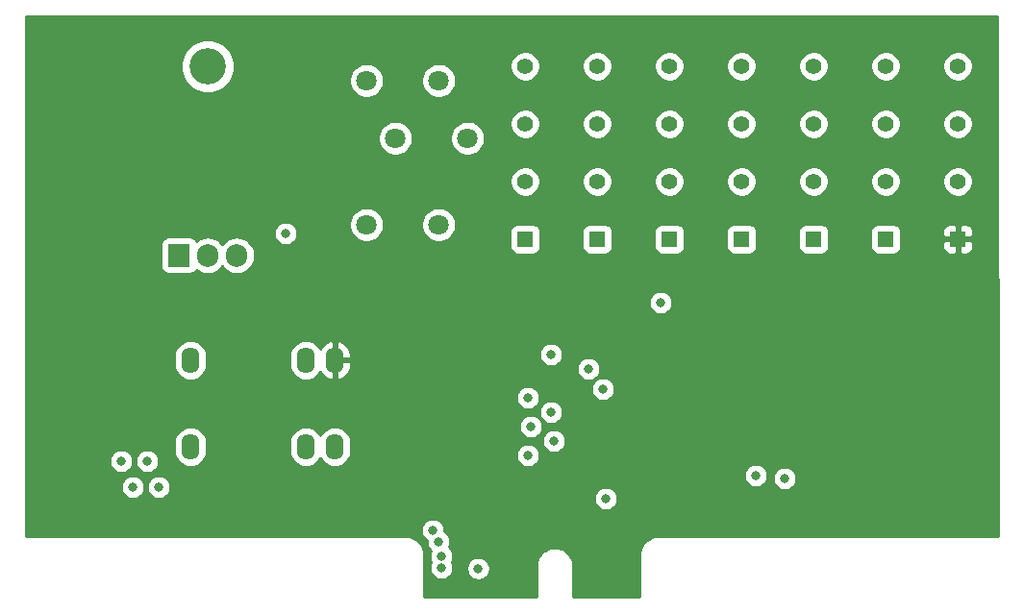
<source format=gbr>
G04 #@! TF.GenerationSoftware,KiCad,Pcbnew,(5.1.5)-3*
G04 #@! TF.CreationDate,2020-02-22T15:11:54-08:00*
G04 #@! TF.ProjectId,voltages,766f6c74-6167-4657-932e-6b696361645f,rev?*
G04 #@! TF.SameCoordinates,Original*
G04 #@! TF.FileFunction,Copper,L2,Inr*
G04 #@! TF.FilePolarity,Positive*
%FSLAX46Y46*%
G04 Gerber Fmt 4.6, Leading zero omitted, Abs format (unit mm)*
G04 Created by KiCad (PCBNEW (5.1.5)-3) date 2020-02-22 15:11:54*
%MOMM*%
%LPD*%
G04 APERTURE LIST*
%ADD10O,1.600000X2.300000*%
%ADD11O,1.905000X2.000000*%
%ADD12R,1.905000X2.000000*%
%ADD13C,3.200000*%
%ADD14C,1.800000*%
%ADD15R,1.400000X1.400000*%
%ADD16C,1.400000*%
%ADD17C,0.800000*%
%ADD18C,0.254000*%
G04 APERTURE END LIST*
D10*
X91186000Y-75438000D03*
X91186000Y-67818000D03*
X88646000Y-75438000D03*
X78486000Y-75438000D03*
X88646000Y-67818000D03*
X78486000Y-67818000D03*
D11*
X82550000Y-58570000D03*
X80010000Y-58570000D03*
D12*
X77470000Y-58570000D03*
D13*
X80010000Y-41910000D03*
D14*
X100330000Y-43180000D03*
X102870000Y-48260000D03*
X100330000Y-55880000D03*
X93980000Y-43180000D03*
X96520000Y-48260000D03*
X93980000Y-55880000D03*
D15*
X146050000Y-57150000D03*
D16*
X146050000Y-52070000D03*
X146050000Y-46990000D03*
X146050000Y-41910000D03*
D15*
X139700000Y-57150000D03*
D16*
X139700000Y-52070000D03*
X139700000Y-46990000D03*
X139700000Y-41910000D03*
D15*
X133350000Y-57150000D03*
D16*
X133350000Y-52070000D03*
X133350000Y-46990000D03*
X133350000Y-41910000D03*
D15*
X127000000Y-57150000D03*
D16*
X127000000Y-52070000D03*
X127000000Y-46990000D03*
X127000000Y-41910000D03*
D15*
X120650000Y-57150000D03*
D16*
X120650000Y-52070000D03*
X120650000Y-46990000D03*
X120650000Y-41910000D03*
D15*
X114300000Y-57150000D03*
D16*
X114300000Y-52070000D03*
X114300000Y-46990000D03*
X114300000Y-41910000D03*
D15*
X107950000Y-57150000D03*
D16*
X107950000Y-52070000D03*
X107950000Y-46990000D03*
X107950000Y-41910000D03*
D17*
X65786000Y-68580000D03*
X87122000Y-64008000D03*
X70866000Y-74676000D03*
X97536000Y-70866000D03*
X95758000Y-69342000D03*
X98552000Y-78740000D03*
X133350000Y-78232000D03*
X126238000Y-63754000D03*
X116124579Y-86360000D03*
X114543567Y-86550944D03*
X113030000Y-85852000D03*
X106426000Y-85090000D03*
X105410000Y-85598000D03*
X91948000Y-58674000D03*
X72390000Y-76708000D03*
X73406000Y-78994000D03*
X74676000Y-76708000D03*
X75692000Y-78994000D03*
X115062000Y-80010000D03*
X119888000Y-62738000D03*
X128270000Y-77978000D03*
X130810000Y-78232000D03*
X103813180Y-86178820D03*
X110236000Y-67310000D03*
X100330000Y-83820000D03*
X100584000Y-85090000D03*
X99822000Y-82804000D03*
X100584000Y-86106000D03*
X108204000Y-76200000D03*
X110490000Y-74930000D03*
X108458000Y-73660000D03*
X110236000Y-72390000D03*
X108204000Y-71120000D03*
X114808000Y-70358000D03*
X113538000Y-68580000D03*
X86868000Y-56642000D03*
D18*
G36*
X149613547Y-83315000D02*
G01*
X119666353Y-83315000D01*
X119639533Y-83317642D01*
X119636807Y-83317613D01*
X119627285Y-83318513D01*
X119433119Y-83338236D01*
X119372260Y-83350507D01*
X119311234Y-83361928D01*
X119302068Y-83364660D01*
X119115430Y-83421721D01*
X119058108Y-83445582D01*
X119000470Y-83468636D01*
X118992009Y-83473096D01*
X118820009Y-83565321D01*
X118768388Y-83599879D01*
X118716349Y-83633673D01*
X118708916Y-83639692D01*
X118558103Y-83763570D01*
X118514181Y-83807492D01*
X118469692Y-83850756D01*
X118463569Y-83858104D01*
X118339693Y-84008915D01*
X118305174Y-84060478D01*
X118269902Y-84111608D01*
X118265324Y-84120005D01*
X118173098Y-84292006D01*
X118149239Y-84349323D01*
X118124582Y-84406303D01*
X118121721Y-84415429D01*
X118064660Y-84602067D01*
X118052385Y-84662946D01*
X118039269Y-84723609D01*
X118038236Y-84733118D01*
X118025312Y-84860352D01*
X118024752Y-84862198D01*
X118014840Y-84962834D01*
X118014840Y-88682767D01*
X112184840Y-88666881D01*
X112184840Y-85912833D01*
X112181478Y-85878699D01*
X112181478Y-85866372D01*
X112180478Y-85856860D01*
X112159811Y-85672608D01*
X112146902Y-85611876D01*
X112134844Y-85550980D01*
X112132017Y-85541844D01*
X112075955Y-85365114D01*
X112051507Y-85308072D01*
X112027838Y-85250647D01*
X112023289Y-85242233D01*
X111933968Y-85079759D01*
X111898877Y-85028511D01*
X111864533Y-84976819D01*
X111858437Y-84969450D01*
X111739259Y-84827420D01*
X111694902Y-84783982D01*
X111651155Y-84739929D01*
X111643743Y-84733884D01*
X111499249Y-84617708D01*
X111447339Y-84583739D01*
X111395828Y-84548995D01*
X111387384Y-84544505D01*
X111223075Y-84458606D01*
X111165520Y-84435352D01*
X111108275Y-84411289D01*
X111099123Y-84408526D01*
X111099117Y-84408524D01*
X110921255Y-84356177D01*
X110860248Y-84344539D01*
X110799454Y-84332060D01*
X110789936Y-84331126D01*
X110605292Y-84314322D01*
X110543202Y-84314756D01*
X110481123Y-84314323D01*
X110471604Y-84315256D01*
X110287212Y-84334637D01*
X110226409Y-84347118D01*
X110165414Y-84358753D01*
X110156258Y-84361518D01*
X110156253Y-84361519D01*
X110156248Y-84361521D01*
X109979142Y-84416344D01*
X109921897Y-84440407D01*
X109864342Y-84463661D01*
X109855903Y-84468148D01*
X109855899Y-84468150D01*
X109855898Y-84468151D01*
X109692805Y-84556335D01*
X109641348Y-84591043D01*
X109589382Y-84625049D01*
X109581970Y-84631094D01*
X109439111Y-84749278D01*
X109395366Y-84793330D01*
X109351008Y-84836768D01*
X109344912Y-84844137D01*
X109344909Y-84844140D01*
X109344907Y-84844144D01*
X109227729Y-84987817D01*
X109193375Y-85039524D01*
X109158296Y-85090755D01*
X109153747Y-85099168D01*
X109066703Y-85262874D01*
X109043053Y-85320252D01*
X109018585Y-85377342D01*
X109015757Y-85386478D01*
X108962169Y-85563972D01*
X108950114Y-85624853D01*
X108937202Y-85685599D01*
X108936202Y-85695111D01*
X108918109Y-85879634D01*
X108918109Y-85879639D01*
X108914840Y-85912834D01*
X108914840Y-88657971D01*
X99084840Y-88631187D01*
X99084840Y-85009364D01*
X99084948Y-85008386D01*
X99084999Y-84998822D01*
X99084993Y-84995332D01*
X99084840Y-84993799D01*
X99084840Y-84962833D01*
X99082376Y-84937820D01*
X99082387Y-84936807D01*
X99081487Y-84927285D01*
X99076605Y-84879221D01*
X99074928Y-84862197D01*
X99074849Y-84861937D01*
X99061764Y-84733119D01*
X99049493Y-84672260D01*
X99038072Y-84611234D01*
X99035340Y-84602068D01*
X98978279Y-84415430D01*
X98954418Y-84358108D01*
X98931364Y-84300470D01*
X98926904Y-84292009D01*
X98834679Y-84120009D01*
X98800121Y-84068388D01*
X98766327Y-84016349D01*
X98760308Y-84008916D01*
X98636430Y-83858103D01*
X98592508Y-83814181D01*
X98549244Y-83769692D01*
X98541896Y-83763569D01*
X98391085Y-83639693D01*
X98339522Y-83605174D01*
X98288392Y-83569902D01*
X98279995Y-83565324D01*
X98107994Y-83473098D01*
X98050677Y-83449239D01*
X97993697Y-83424582D01*
X97984571Y-83421721D01*
X97797933Y-83364660D01*
X97737054Y-83352385D01*
X97676391Y-83339269D01*
X97666882Y-83338236D01*
X97538783Y-83325224D01*
X97537774Y-83324918D01*
X97437138Y-83315006D01*
X63985000Y-83315006D01*
X63985000Y-82702061D01*
X98787000Y-82702061D01*
X98787000Y-82905939D01*
X98826774Y-83105898D01*
X98904795Y-83294256D01*
X99018063Y-83463774D01*
X99162226Y-83607937D01*
X99298759Y-83699165D01*
X99295000Y-83718061D01*
X99295000Y-83921939D01*
X99334774Y-84121898D01*
X99412795Y-84310256D01*
X99526063Y-84479774D01*
X99660714Y-84614425D01*
X99588774Y-84788102D01*
X99549000Y-84988061D01*
X99549000Y-85191939D01*
X99588774Y-85391898D01*
X99666795Y-85580256D01*
X99678651Y-85598000D01*
X99666795Y-85615744D01*
X99588774Y-85804102D01*
X99549000Y-86004061D01*
X99549000Y-86207939D01*
X99588774Y-86407898D01*
X99666795Y-86596256D01*
X99780063Y-86765774D01*
X99924226Y-86909937D01*
X100093744Y-87023205D01*
X100282102Y-87101226D01*
X100482061Y-87141000D01*
X100685939Y-87141000D01*
X100885898Y-87101226D01*
X101074256Y-87023205D01*
X101243774Y-86909937D01*
X101387937Y-86765774D01*
X101501205Y-86596256D01*
X101579226Y-86407898D01*
X101619000Y-86207939D01*
X101619000Y-86076881D01*
X102778180Y-86076881D01*
X102778180Y-86280759D01*
X102817954Y-86480718D01*
X102895975Y-86669076D01*
X103009243Y-86838594D01*
X103153406Y-86982757D01*
X103322924Y-87096025D01*
X103511282Y-87174046D01*
X103711241Y-87213820D01*
X103915119Y-87213820D01*
X104115078Y-87174046D01*
X104303436Y-87096025D01*
X104472954Y-86982757D01*
X104617117Y-86838594D01*
X104730385Y-86669076D01*
X104808406Y-86480718D01*
X104848180Y-86280759D01*
X104848180Y-86076881D01*
X104808406Y-85876922D01*
X104730385Y-85688564D01*
X104617117Y-85519046D01*
X104472954Y-85374883D01*
X104303436Y-85261615D01*
X104115078Y-85183594D01*
X103915119Y-85143820D01*
X103711241Y-85143820D01*
X103511282Y-85183594D01*
X103322924Y-85261615D01*
X103153406Y-85374883D01*
X103009243Y-85519046D01*
X102895975Y-85688564D01*
X102817954Y-85876922D01*
X102778180Y-86076881D01*
X101619000Y-86076881D01*
X101619000Y-86004061D01*
X101579226Y-85804102D01*
X101501205Y-85615744D01*
X101489349Y-85598000D01*
X101501205Y-85580256D01*
X101579226Y-85391898D01*
X101619000Y-85191939D01*
X101619000Y-84988061D01*
X101579226Y-84788102D01*
X101501205Y-84599744D01*
X101387937Y-84430226D01*
X101253286Y-84295575D01*
X101325226Y-84121898D01*
X101365000Y-83921939D01*
X101365000Y-83718061D01*
X101325226Y-83518102D01*
X101247205Y-83329744D01*
X101133937Y-83160226D01*
X100989774Y-83016063D01*
X100853241Y-82924835D01*
X100857000Y-82905939D01*
X100857000Y-82702061D01*
X100817226Y-82502102D01*
X100739205Y-82313744D01*
X100625937Y-82144226D01*
X100481774Y-82000063D01*
X100312256Y-81886795D01*
X100123898Y-81808774D01*
X99923939Y-81769000D01*
X99720061Y-81769000D01*
X99520102Y-81808774D01*
X99331744Y-81886795D01*
X99162226Y-82000063D01*
X99018063Y-82144226D01*
X98904795Y-82313744D01*
X98826774Y-82502102D01*
X98787000Y-82702061D01*
X63985000Y-82702061D01*
X63985000Y-78892061D01*
X72371000Y-78892061D01*
X72371000Y-79095939D01*
X72410774Y-79295898D01*
X72488795Y-79484256D01*
X72602063Y-79653774D01*
X72746226Y-79797937D01*
X72915744Y-79911205D01*
X73104102Y-79989226D01*
X73304061Y-80029000D01*
X73507939Y-80029000D01*
X73707898Y-79989226D01*
X73896256Y-79911205D01*
X74065774Y-79797937D01*
X74209937Y-79653774D01*
X74323205Y-79484256D01*
X74401226Y-79295898D01*
X74441000Y-79095939D01*
X74441000Y-78892061D01*
X74657000Y-78892061D01*
X74657000Y-79095939D01*
X74696774Y-79295898D01*
X74774795Y-79484256D01*
X74888063Y-79653774D01*
X75032226Y-79797937D01*
X75201744Y-79911205D01*
X75390102Y-79989226D01*
X75590061Y-80029000D01*
X75793939Y-80029000D01*
X75993898Y-79989226D01*
X76182256Y-79911205D01*
X76186961Y-79908061D01*
X114027000Y-79908061D01*
X114027000Y-80111939D01*
X114066774Y-80311898D01*
X114144795Y-80500256D01*
X114258063Y-80669774D01*
X114402226Y-80813937D01*
X114571744Y-80927205D01*
X114760102Y-81005226D01*
X114960061Y-81045000D01*
X115163939Y-81045000D01*
X115363898Y-81005226D01*
X115552256Y-80927205D01*
X115721774Y-80813937D01*
X115865937Y-80669774D01*
X115979205Y-80500256D01*
X116057226Y-80311898D01*
X116097000Y-80111939D01*
X116097000Y-79908061D01*
X116057226Y-79708102D01*
X115979205Y-79519744D01*
X115865937Y-79350226D01*
X115721774Y-79206063D01*
X115552256Y-79092795D01*
X115363898Y-79014774D01*
X115163939Y-78975000D01*
X114960061Y-78975000D01*
X114760102Y-79014774D01*
X114571744Y-79092795D01*
X114402226Y-79206063D01*
X114258063Y-79350226D01*
X114144795Y-79519744D01*
X114066774Y-79708102D01*
X114027000Y-79908061D01*
X76186961Y-79908061D01*
X76351774Y-79797937D01*
X76495937Y-79653774D01*
X76609205Y-79484256D01*
X76687226Y-79295898D01*
X76727000Y-79095939D01*
X76727000Y-78892061D01*
X76687226Y-78692102D01*
X76609205Y-78503744D01*
X76495937Y-78334226D01*
X76351774Y-78190063D01*
X76182256Y-78076795D01*
X75993898Y-77998774D01*
X75793939Y-77959000D01*
X75590061Y-77959000D01*
X75390102Y-77998774D01*
X75201744Y-78076795D01*
X75032226Y-78190063D01*
X74888063Y-78334226D01*
X74774795Y-78503744D01*
X74696774Y-78692102D01*
X74657000Y-78892061D01*
X74441000Y-78892061D01*
X74401226Y-78692102D01*
X74323205Y-78503744D01*
X74209937Y-78334226D01*
X74065774Y-78190063D01*
X73896256Y-78076795D01*
X73707898Y-77998774D01*
X73507939Y-77959000D01*
X73304061Y-77959000D01*
X73104102Y-77998774D01*
X72915744Y-78076795D01*
X72746226Y-78190063D01*
X72602063Y-78334226D01*
X72488795Y-78503744D01*
X72410774Y-78692102D01*
X72371000Y-78892061D01*
X63985000Y-78892061D01*
X63985000Y-77876061D01*
X127235000Y-77876061D01*
X127235000Y-78079939D01*
X127274774Y-78279898D01*
X127352795Y-78468256D01*
X127466063Y-78637774D01*
X127610226Y-78781937D01*
X127779744Y-78895205D01*
X127968102Y-78973226D01*
X128168061Y-79013000D01*
X128371939Y-79013000D01*
X128571898Y-78973226D01*
X128760256Y-78895205D01*
X128929774Y-78781937D01*
X129073937Y-78637774D01*
X129187205Y-78468256D01*
X129265226Y-78279898D01*
X129295030Y-78130061D01*
X129775000Y-78130061D01*
X129775000Y-78333939D01*
X129814774Y-78533898D01*
X129892795Y-78722256D01*
X130006063Y-78891774D01*
X130150226Y-79035937D01*
X130319744Y-79149205D01*
X130508102Y-79227226D01*
X130708061Y-79267000D01*
X130911939Y-79267000D01*
X131111898Y-79227226D01*
X131300256Y-79149205D01*
X131469774Y-79035937D01*
X131613937Y-78891774D01*
X131727205Y-78722256D01*
X131805226Y-78533898D01*
X131845000Y-78333939D01*
X131845000Y-78130061D01*
X131805226Y-77930102D01*
X131727205Y-77741744D01*
X131613937Y-77572226D01*
X131469774Y-77428063D01*
X131300256Y-77314795D01*
X131111898Y-77236774D01*
X130911939Y-77197000D01*
X130708061Y-77197000D01*
X130508102Y-77236774D01*
X130319744Y-77314795D01*
X130150226Y-77428063D01*
X130006063Y-77572226D01*
X129892795Y-77741744D01*
X129814774Y-77930102D01*
X129775000Y-78130061D01*
X129295030Y-78130061D01*
X129305000Y-78079939D01*
X129305000Y-77876061D01*
X129265226Y-77676102D01*
X129187205Y-77487744D01*
X129073937Y-77318226D01*
X128929774Y-77174063D01*
X128760256Y-77060795D01*
X128571898Y-76982774D01*
X128371939Y-76943000D01*
X128168061Y-76943000D01*
X127968102Y-76982774D01*
X127779744Y-77060795D01*
X127610226Y-77174063D01*
X127466063Y-77318226D01*
X127352795Y-77487744D01*
X127274774Y-77676102D01*
X127235000Y-77876061D01*
X63985000Y-77876061D01*
X63985000Y-76606061D01*
X71355000Y-76606061D01*
X71355000Y-76809939D01*
X71394774Y-77009898D01*
X71472795Y-77198256D01*
X71586063Y-77367774D01*
X71730226Y-77511937D01*
X71899744Y-77625205D01*
X72088102Y-77703226D01*
X72288061Y-77743000D01*
X72491939Y-77743000D01*
X72691898Y-77703226D01*
X72880256Y-77625205D01*
X73049774Y-77511937D01*
X73193937Y-77367774D01*
X73307205Y-77198256D01*
X73385226Y-77009898D01*
X73425000Y-76809939D01*
X73425000Y-76606061D01*
X73641000Y-76606061D01*
X73641000Y-76809939D01*
X73680774Y-77009898D01*
X73758795Y-77198256D01*
X73872063Y-77367774D01*
X74016226Y-77511937D01*
X74185744Y-77625205D01*
X74374102Y-77703226D01*
X74574061Y-77743000D01*
X74777939Y-77743000D01*
X74977898Y-77703226D01*
X75166256Y-77625205D01*
X75335774Y-77511937D01*
X75479937Y-77367774D01*
X75593205Y-77198256D01*
X75671226Y-77009898D01*
X75711000Y-76809939D01*
X75711000Y-76606061D01*
X75671226Y-76406102D01*
X75593205Y-76217744D01*
X75479937Y-76048226D01*
X75335774Y-75904063D01*
X75166256Y-75790795D01*
X74977898Y-75712774D01*
X74777939Y-75673000D01*
X74574061Y-75673000D01*
X74374102Y-75712774D01*
X74185744Y-75790795D01*
X74016226Y-75904063D01*
X73872063Y-76048226D01*
X73758795Y-76217744D01*
X73680774Y-76406102D01*
X73641000Y-76606061D01*
X73425000Y-76606061D01*
X73385226Y-76406102D01*
X73307205Y-76217744D01*
X73193937Y-76048226D01*
X73049774Y-75904063D01*
X72880256Y-75790795D01*
X72691898Y-75712774D01*
X72491939Y-75673000D01*
X72288061Y-75673000D01*
X72088102Y-75712774D01*
X71899744Y-75790795D01*
X71730226Y-75904063D01*
X71586063Y-76048226D01*
X71472795Y-76217744D01*
X71394774Y-76406102D01*
X71355000Y-76606061D01*
X63985000Y-76606061D01*
X63985000Y-75017509D01*
X77051000Y-75017509D01*
X77051000Y-75858492D01*
X77071764Y-76069309D01*
X77153818Y-76339808D01*
X77287068Y-76589101D01*
X77466393Y-76807608D01*
X77684900Y-76986932D01*
X77934193Y-77120182D01*
X78204692Y-77202236D01*
X78486000Y-77229943D01*
X78767309Y-77202236D01*
X79037808Y-77120182D01*
X79287101Y-76986932D01*
X79505608Y-76807608D01*
X79684932Y-76589101D01*
X79818182Y-76339808D01*
X79900236Y-76069308D01*
X79921000Y-75858491D01*
X79921000Y-75017509D01*
X87211000Y-75017509D01*
X87211000Y-75858492D01*
X87231764Y-76069309D01*
X87313818Y-76339808D01*
X87447068Y-76589101D01*
X87626393Y-76807608D01*
X87844900Y-76986932D01*
X88094193Y-77120182D01*
X88364692Y-77202236D01*
X88646000Y-77229943D01*
X88927309Y-77202236D01*
X89197808Y-77120182D01*
X89447101Y-76986932D01*
X89665608Y-76807608D01*
X89844932Y-76589101D01*
X89916000Y-76456142D01*
X89987068Y-76589101D01*
X90166393Y-76807608D01*
X90384900Y-76986932D01*
X90634193Y-77120182D01*
X90904692Y-77202236D01*
X91186000Y-77229943D01*
X91467309Y-77202236D01*
X91737808Y-77120182D01*
X91987101Y-76986932D01*
X92205608Y-76807608D01*
X92384932Y-76589101D01*
X92518182Y-76339808D01*
X92591514Y-76098061D01*
X107169000Y-76098061D01*
X107169000Y-76301939D01*
X107208774Y-76501898D01*
X107286795Y-76690256D01*
X107400063Y-76859774D01*
X107544226Y-77003937D01*
X107713744Y-77117205D01*
X107902102Y-77195226D01*
X108102061Y-77235000D01*
X108305939Y-77235000D01*
X108505898Y-77195226D01*
X108694256Y-77117205D01*
X108863774Y-77003937D01*
X109007937Y-76859774D01*
X109121205Y-76690256D01*
X109199226Y-76501898D01*
X109239000Y-76301939D01*
X109239000Y-76098061D01*
X109199226Y-75898102D01*
X109121205Y-75709744D01*
X109007937Y-75540226D01*
X108863774Y-75396063D01*
X108694256Y-75282795D01*
X108505898Y-75204774D01*
X108305939Y-75165000D01*
X108102061Y-75165000D01*
X107902102Y-75204774D01*
X107713744Y-75282795D01*
X107544226Y-75396063D01*
X107400063Y-75540226D01*
X107286795Y-75709744D01*
X107208774Y-75898102D01*
X107169000Y-76098061D01*
X92591514Y-76098061D01*
X92600236Y-76069308D01*
X92621000Y-75858491D01*
X92621000Y-75017508D01*
X92602341Y-74828061D01*
X109455000Y-74828061D01*
X109455000Y-75031939D01*
X109494774Y-75231898D01*
X109572795Y-75420256D01*
X109686063Y-75589774D01*
X109830226Y-75733937D01*
X109999744Y-75847205D01*
X110188102Y-75925226D01*
X110388061Y-75965000D01*
X110591939Y-75965000D01*
X110791898Y-75925226D01*
X110980256Y-75847205D01*
X111149774Y-75733937D01*
X111293937Y-75589774D01*
X111407205Y-75420256D01*
X111485226Y-75231898D01*
X111525000Y-75031939D01*
X111525000Y-74828061D01*
X111485226Y-74628102D01*
X111407205Y-74439744D01*
X111293937Y-74270226D01*
X111149774Y-74126063D01*
X110980256Y-74012795D01*
X110791898Y-73934774D01*
X110591939Y-73895000D01*
X110388061Y-73895000D01*
X110188102Y-73934774D01*
X109999744Y-74012795D01*
X109830226Y-74126063D01*
X109686063Y-74270226D01*
X109572795Y-74439744D01*
X109494774Y-74628102D01*
X109455000Y-74828061D01*
X92602341Y-74828061D01*
X92600236Y-74806691D01*
X92518182Y-74536192D01*
X92384932Y-74286899D01*
X92205607Y-74068392D01*
X91987100Y-73889068D01*
X91737807Y-73755818D01*
X91467308Y-73673764D01*
X91186000Y-73646057D01*
X90904691Y-73673764D01*
X90634192Y-73755818D01*
X90384899Y-73889068D01*
X90166392Y-74068393D01*
X89987068Y-74286900D01*
X89916000Y-74419858D01*
X89844932Y-74286899D01*
X89665607Y-74068392D01*
X89447100Y-73889068D01*
X89197807Y-73755818D01*
X88927308Y-73673764D01*
X88646000Y-73646057D01*
X88364691Y-73673764D01*
X88094192Y-73755818D01*
X87844899Y-73889068D01*
X87626392Y-74068393D01*
X87447068Y-74286900D01*
X87313818Y-74536193D01*
X87231764Y-74806692D01*
X87211000Y-75017509D01*
X79921000Y-75017509D01*
X79921000Y-75017508D01*
X79900236Y-74806691D01*
X79818182Y-74536192D01*
X79684932Y-74286899D01*
X79505607Y-74068392D01*
X79287100Y-73889068D01*
X79037807Y-73755818D01*
X78767308Y-73673764D01*
X78486000Y-73646057D01*
X78204691Y-73673764D01*
X77934192Y-73755818D01*
X77684899Y-73889068D01*
X77466392Y-74068393D01*
X77287068Y-74286900D01*
X77153818Y-74536193D01*
X77071764Y-74806692D01*
X77051000Y-75017509D01*
X63985000Y-75017509D01*
X63985000Y-73558061D01*
X107423000Y-73558061D01*
X107423000Y-73761939D01*
X107462774Y-73961898D01*
X107540795Y-74150256D01*
X107654063Y-74319774D01*
X107798226Y-74463937D01*
X107967744Y-74577205D01*
X108156102Y-74655226D01*
X108356061Y-74695000D01*
X108559939Y-74695000D01*
X108759898Y-74655226D01*
X108948256Y-74577205D01*
X109117774Y-74463937D01*
X109261937Y-74319774D01*
X109375205Y-74150256D01*
X109453226Y-73961898D01*
X109493000Y-73761939D01*
X109493000Y-73558061D01*
X109453226Y-73358102D01*
X109375205Y-73169744D01*
X109261937Y-73000226D01*
X109117774Y-72856063D01*
X108948256Y-72742795D01*
X108759898Y-72664774D01*
X108559939Y-72625000D01*
X108356061Y-72625000D01*
X108156102Y-72664774D01*
X107967744Y-72742795D01*
X107798226Y-72856063D01*
X107654063Y-73000226D01*
X107540795Y-73169744D01*
X107462774Y-73358102D01*
X107423000Y-73558061D01*
X63985000Y-73558061D01*
X63985000Y-72288061D01*
X109201000Y-72288061D01*
X109201000Y-72491939D01*
X109240774Y-72691898D01*
X109318795Y-72880256D01*
X109432063Y-73049774D01*
X109576226Y-73193937D01*
X109745744Y-73307205D01*
X109934102Y-73385226D01*
X110134061Y-73425000D01*
X110337939Y-73425000D01*
X110537898Y-73385226D01*
X110726256Y-73307205D01*
X110895774Y-73193937D01*
X111039937Y-73049774D01*
X111153205Y-72880256D01*
X111231226Y-72691898D01*
X111271000Y-72491939D01*
X111271000Y-72288061D01*
X111231226Y-72088102D01*
X111153205Y-71899744D01*
X111039937Y-71730226D01*
X110895774Y-71586063D01*
X110726256Y-71472795D01*
X110537898Y-71394774D01*
X110337939Y-71355000D01*
X110134061Y-71355000D01*
X109934102Y-71394774D01*
X109745744Y-71472795D01*
X109576226Y-71586063D01*
X109432063Y-71730226D01*
X109318795Y-71899744D01*
X109240774Y-72088102D01*
X109201000Y-72288061D01*
X63985000Y-72288061D01*
X63985000Y-71018061D01*
X107169000Y-71018061D01*
X107169000Y-71221939D01*
X107208774Y-71421898D01*
X107286795Y-71610256D01*
X107400063Y-71779774D01*
X107544226Y-71923937D01*
X107713744Y-72037205D01*
X107902102Y-72115226D01*
X108102061Y-72155000D01*
X108305939Y-72155000D01*
X108505898Y-72115226D01*
X108694256Y-72037205D01*
X108863774Y-71923937D01*
X109007937Y-71779774D01*
X109121205Y-71610256D01*
X109199226Y-71421898D01*
X109239000Y-71221939D01*
X109239000Y-71018061D01*
X109199226Y-70818102D01*
X109121205Y-70629744D01*
X109007937Y-70460226D01*
X108863774Y-70316063D01*
X108773975Y-70256061D01*
X113773000Y-70256061D01*
X113773000Y-70459939D01*
X113812774Y-70659898D01*
X113890795Y-70848256D01*
X114004063Y-71017774D01*
X114148226Y-71161937D01*
X114317744Y-71275205D01*
X114506102Y-71353226D01*
X114706061Y-71393000D01*
X114909939Y-71393000D01*
X115109898Y-71353226D01*
X115298256Y-71275205D01*
X115467774Y-71161937D01*
X115611937Y-71017774D01*
X115725205Y-70848256D01*
X115803226Y-70659898D01*
X115843000Y-70459939D01*
X115843000Y-70256061D01*
X115803226Y-70056102D01*
X115725205Y-69867744D01*
X115611937Y-69698226D01*
X115467774Y-69554063D01*
X115298256Y-69440795D01*
X115109898Y-69362774D01*
X114909939Y-69323000D01*
X114706061Y-69323000D01*
X114506102Y-69362774D01*
X114317744Y-69440795D01*
X114148226Y-69554063D01*
X114004063Y-69698226D01*
X113890795Y-69867744D01*
X113812774Y-70056102D01*
X113773000Y-70256061D01*
X108773975Y-70256061D01*
X108694256Y-70202795D01*
X108505898Y-70124774D01*
X108305939Y-70085000D01*
X108102061Y-70085000D01*
X107902102Y-70124774D01*
X107713744Y-70202795D01*
X107544226Y-70316063D01*
X107400063Y-70460226D01*
X107286795Y-70629744D01*
X107208774Y-70818102D01*
X107169000Y-71018061D01*
X63985000Y-71018061D01*
X63985000Y-67397509D01*
X77051000Y-67397509D01*
X77051000Y-68238492D01*
X77071764Y-68449309D01*
X77153818Y-68719808D01*
X77287068Y-68969101D01*
X77466393Y-69187608D01*
X77684900Y-69366932D01*
X77934193Y-69500182D01*
X78204692Y-69582236D01*
X78486000Y-69609943D01*
X78767309Y-69582236D01*
X79037808Y-69500182D01*
X79287101Y-69366932D01*
X79505608Y-69187608D01*
X79684932Y-68969101D01*
X79818182Y-68719808D01*
X79900236Y-68449308D01*
X79921000Y-68238491D01*
X79921000Y-67397509D01*
X87211000Y-67397509D01*
X87211000Y-68238492D01*
X87231764Y-68449309D01*
X87313818Y-68719808D01*
X87447068Y-68969101D01*
X87626393Y-69187608D01*
X87844900Y-69366932D01*
X88094193Y-69500182D01*
X88364692Y-69582236D01*
X88646000Y-69609943D01*
X88927309Y-69582236D01*
X89197808Y-69500182D01*
X89447101Y-69366932D01*
X89665608Y-69187608D01*
X89844932Y-68969101D01*
X89913265Y-68841259D01*
X90063399Y-69070839D01*
X90261105Y-69272500D01*
X90494354Y-69431715D01*
X90754182Y-69542367D01*
X90836961Y-69559904D01*
X91059000Y-69437915D01*
X91059000Y-67945000D01*
X91313000Y-67945000D01*
X91313000Y-69437915D01*
X91535039Y-69559904D01*
X91617818Y-69542367D01*
X91877646Y-69431715D01*
X92110895Y-69272500D01*
X92308601Y-69070839D01*
X92463166Y-68834483D01*
X92568650Y-68572514D01*
X92586467Y-68478061D01*
X112503000Y-68478061D01*
X112503000Y-68681939D01*
X112542774Y-68881898D01*
X112620795Y-69070256D01*
X112734063Y-69239774D01*
X112878226Y-69383937D01*
X113047744Y-69497205D01*
X113236102Y-69575226D01*
X113436061Y-69615000D01*
X113639939Y-69615000D01*
X113839898Y-69575226D01*
X114028256Y-69497205D01*
X114197774Y-69383937D01*
X114341937Y-69239774D01*
X114455205Y-69070256D01*
X114533226Y-68881898D01*
X114573000Y-68681939D01*
X114573000Y-68478061D01*
X114533226Y-68278102D01*
X114455205Y-68089744D01*
X114341937Y-67920226D01*
X114197774Y-67776063D01*
X114028256Y-67662795D01*
X113839898Y-67584774D01*
X113639939Y-67545000D01*
X113436061Y-67545000D01*
X113236102Y-67584774D01*
X113047744Y-67662795D01*
X112878226Y-67776063D01*
X112734063Y-67920226D01*
X112620795Y-68089744D01*
X112542774Y-68278102D01*
X112503000Y-68478061D01*
X92586467Y-68478061D01*
X92621000Y-68295000D01*
X92621000Y-67945000D01*
X91313000Y-67945000D01*
X91059000Y-67945000D01*
X91039000Y-67945000D01*
X91039000Y-67691000D01*
X91059000Y-67691000D01*
X91059000Y-66198085D01*
X91313000Y-66198085D01*
X91313000Y-67691000D01*
X92621000Y-67691000D01*
X92621000Y-67341000D01*
X92595923Y-67208061D01*
X109201000Y-67208061D01*
X109201000Y-67411939D01*
X109240774Y-67611898D01*
X109318795Y-67800256D01*
X109432063Y-67969774D01*
X109576226Y-68113937D01*
X109745744Y-68227205D01*
X109934102Y-68305226D01*
X110134061Y-68345000D01*
X110337939Y-68345000D01*
X110537898Y-68305226D01*
X110726256Y-68227205D01*
X110895774Y-68113937D01*
X111039937Y-67969774D01*
X111153205Y-67800256D01*
X111231226Y-67611898D01*
X111271000Y-67411939D01*
X111271000Y-67208061D01*
X111231226Y-67008102D01*
X111153205Y-66819744D01*
X111039937Y-66650226D01*
X110895774Y-66506063D01*
X110726256Y-66392795D01*
X110537898Y-66314774D01*
X110337939Y-66275000D01*
X110134061Y-66275000D01*
X109934102Y-66314774D01*
X109745744Y-66392795D01*
X109576226Y-66506063D01*
X109432063Y-66650226D01*
X109318795Y-66819744D01*
X109240774Y-67008102D01*
X109201000Y-67208061D01*
X92595923Y-67208061D01*
X92568650Y-67063486D01*
X92463166Y-66801517D01*
X92308601Y-66565161D01*
X92110895Y-66363500D01*
X91877646Y-66204285D01*
X91617818Y-66093633D01*
X91535039Y-66076096D01*
X91313000Y-66198085D01*
X91059000Y-66198085D01*
X90836961Y-66076096D01*
X90754182Y-66093633D01*
X90494354Y-66204285D01*
X90261105Y-66363500D01*
X90063399Y-66565161D01*
X89913265Y-66794741D01*
X89844932Y-66666899D01*
X89665607Y-66448392D01*
X89447100Y-66269068D01*
X89197807Y-66135818D01*
X88927308Y-66053764D01*
X88646000Y-66026057D01*
X88364691Y-66053764D01*
X88094192Y-66135818D01*
X87844899Y-66269068D01*
X87626392Y-66448393D01*
X87447068Y-66666900D01*
X87313818Y-66916193D01*
X87231764Y-67186692D01*
X87211000Y-67397509D01*
X79921000Y-67397509D01*
X79921000Y-67397508D01*
X79900236Y-67186691D01*
X79818182Y-66916192D01*
X79684932Y-66666899D01*
X79505607Y-66448392D01*
X79287100Y-66269068D01*
X79037807Y-66135818D01*
X78767308Y-66053764D01*
X78486000Y-66026057D01*
X78204691Y-66053764D01*
X77934192Y-66135818D01*
X77684899Y-66269068D01*
X77466392Y-66448393D01*
X77287068Y-66666900D01*
X77153818Y-66916193D01*
X77071764Y-67186692D01*
X77051000Y-67397509D01*
X63985000Y-67397509D01*
X63985000Y-62636061D01*
X118853000Y-62636061D01*
X118853000Y-62839939D01*
X118892774Y-63039898D01*
X118970795Y-63228256D01*
X119084063Y-63397774D01*
X119228226Y-63541937D01*
X119397744Y-63655205D01*
X119586102Y-63733226D01*
X119786061Y-63773000D01*
X119989939Y-63773000D01*
X120189898Y-63733226D01*
X120378256Y-63655205D01*
X120547774Y-63541937D01*
X120691937Y-63397774D01*
X120805205Y-63228256D01*
X120883226Y-63039898D01*
X120923000Y-62839939D01*
X120923000Y-62636061D01*
X120883226Y-62436102D01*
X120805205Y-62247744D01*
X120691937Y-62078226D01*
X120547774Y-61934063D01*
X120378256Y-61820795D01*
X120189898Y-61742774D01*
X119989939Y-61703000D01*
X119786061Y-61703000D01*
X119586102Y-61742774D01*
X119397744Y-61820795D01*
X119228226Y-61934063D01*
X119084063Y-62078226D01*
X118970795Y-62247744D01*
X118892774Y-62436102D01*
X118853000Y-62636061D01*
X63985000Y-62636061D01*
X63985000Y-57570000D01*
X75879428Y-57570000D01*
X75879428Y-59570000D01*
X75891688Y-59694482D01*
X75927998Y-59814180D01*
X75986963Y-59924494D01*
X76066315Y-60021185D01*
X76163006Y-60100537D01*
X76273320Y-60159502D01*
X76393018Y-60195812D01*
X76517500Y-60208072D01*
X78422500Y-60208072D01*
X78546982Y-60195812D01*
X78666680Y-60159502D01*
X78776994Y-60100537D01*
X78873685Y-60021185D01*
X78953037Y-59924494D01*
X78997905Y-59840553D01*
X79123766Y-59943845D01*
X79399552Y-60091255D01*
X79698797Y-60182030D01*
X80010000Y-60212681D01*
X80321204Y-60182030D01*
X80620449Y-60091255D01*
X80896235Y-59943845D01*
X81137963Y-59745463D01*
X81280000Y-59572391D01*
X81422037Y-59745463D01*
X81663766Y-59943845D01*
X81939552Y-60091255D01*
X82238797Y-60182030D01*
X82550000Y-60212681D01*
X82861204Y-60182030D01*
X83160449Y-60091255D01*
X83436235Y-59943845D01*
X83677963Y-59745463D01*
X83876345Y-59503734D01*
X84023755Y-59227948D01*
X84114530Y-58928703D01*
X84137500Y-58695485D01*
X84137500Y-58444514D01*
X84114530Y-58211296D01*
X84023755Y-57912051D01*
X83876345Y-57636265D01*
X83677963Y-57394537D01*
X83436234Y-57196155D01*
X83160448Y-57048745D01*
X82861203Y-56957970D01*
X82550000Y-56927319D01*
X82238796Y-56957970D01*
X81939551Y-57048745D01*
X81663765Y-57196155D01*
X81422037Y-57394537D01*
X81280000Y-57567609D01*
X81137963Y-57394537D01*
X80896234Y-57196155D01*
X80620448Y-57048745D01*
X80321203Y-56957970D01*
X80010000Y-56927319D01*
X79698796Y-56957970D01*
X79399551Y-57048745D01*
X79123765Y-57196155D01*
X78997905Y-57299446D01*
X78953037Y-57215506D01*
X78873685Y-57118815D01*
X78776994Y-57039463D01*
X78666680Y-56980498D01*
X78546982Y-56944188D01*
X78422500Y-56931928D01*
X76517500Y-56931928D01*
X76393018Y-56944188D01*
X76273320Y-56980498D01*
X76163006Y-57039463D01*
X76066315Y-57118815D01*
X75986963Y-57215506D01*
X75927998Y-57325820D01*
X75891688Y-57445518D01*
X75879428Y-57570000D01*
X63985000Y-57570000D01*
X63985000Y-56540061D01*
X85833000Y-56540061D01*
X85833000Y-56743939D01*
X85872774Y-56943898D01*
X85950795Y-57132256D01*
X86064063Y-57301774D01*
X86208226Y-57445937D01*
X86377744Y-57559205D01*
X86566102Y-57637226D01*
X86766061Y-57677000D01*
X86969939Y-57677000D01*
X87169898Y-57637226D01*
X87358256Y-57559205D01*
X87527774Y-57445937D01*
X87671937Y-57301774D01*
X87785205Y-57132256D01*
X87863226Y-56943898D01*
X87903000Y-56743939D01*
X87903000Y-56540061D01*
X87863226Y-56340102D01*
X87785205Y-56151744D01*
X87671937Y-55982226D01*
X87527774Y-55838063D01*
X87364274Y-55728816D01*
X92445000Y-55728816D01*
X92445000Y-56031184D01*
X92503989Y-56327743D01*
X92619701Y-56607095D01*
X92787688Y-56858505D01*
X93001495Y-57072312D01*
X93252905Y-57240299D01*
X93532257Y-57356011D01*
X93828816Y-57415000D01*
X94131184Y-57415000D01*
X94427743Y-57356011D01*
X94707095Y-57240299D01*
X94958505Y-57072312D01*
X95172312Y-56858505D01*
X95340299Y-56607095D01*
X95456011Y-56327743D01*
X95515000Y-56031184D01*
X95515000Y-55728816D01*
X98795000Y-55728816D01*
X98795000Y-56031184D01*
X98853989Y-56327743D01*
X98969701Y-56607095D01*
X99137688Y-56858505D01*
X99351495Y-57072312D01*
X99602905Y-57240299D01*
X99882257Y-57356011D01*
X100178816Y-57415000D01*
X100481184Y-57415000D01*
X100777743Y-57356011D01*
X101057095Y-57240299D01*
X101308505Y-57072312D01*
X101522312Y-56858505D01*
X101690299Y-56607095D01*
X101755370Y-56450000D01*
X106611928Y-56450000D01*
X106611928Y-57850000D01*
X106624188Y-57974482D01*
X106660498Y-58094180D01*
X106719463Y-58204494D01*
X106798815Y-58301185D01*
X106895506Y-58380537D01*
X107005820Y-58439502D01*
X107125518Y-58475812D01*
X107250000Y-58488072D01*
X108650000Y-58488072D01*
X108774482Y-58475812D01*
X108894180Y-58439502D01*
X109004494Y-58380537D01*
X109101185Y-58301185D01*
X109180537Y-58204494D01*
X109239502Y-58094180D01*
X109275812Y-57974482D01*
X109288072Y-57850000D01*
X109288072Y-56450000D01*
X112961928Y-56450000D01*
X112961928Y-57850000D01*
X112974188Y-57974482D01*
X113010498Y-58094180D01*
X113069463Y-58204494D01*
X113148815Y-58301185D01*
X113245506Y-58380537D01*
X113355820Y-58439502D01*
X113475518Y-58475812D01*
X113600000Y-58488072D01*
X115000000Y-58488072D01*
X115124482Y-58475812D01*
X115244180Y-58439502D01*
X115354494Y-58380537D01*
X115451185Y-58301185D01*
X115530537Y-58204494D01*
X115589502Y-58094180D01*
X115625812Y-57974482D01*
X115638072Y-57850000D01*
X115638072Y-56450000D01*
X119311928Y-56450000D01*
X119311928Y-57850000D01*
X119324188Y-57974482D01*
X119360498Y-58094180D01*
X119419463Y-58204494D01*
X119498815Y-58301185D01*
X119595506Y-58380537D01*
X119705820Y-58439502D01*
X119825518Y-58475812D01*
X119950000Y-58488072D01*
X121350000Y-58488072D01*
X121474482Y-58475812D01*
X121594180Y-58439502D01*
X121704494Y-58380537D01*
X121801185Y-58301185D01*
X121880537Y-58204494D01*
X121939502Y-58094180D01*
X121975812Y-57974482D01*
X121988072Y-57850000D01*
X121988072Y-56450000D01*
X125661928Y-56450000D01*
X125661928Y-57850000D01*
X125674188Y-57974482D01*
X125710498Y-58094180D01*
X125769463Y-58204494D01*
X125848815Y-58301185D01*
X125945506Y-58380537D01*
X126055820Y-58439502D01*
X126175518Y-58475812D01*
X126300000Y-58488072D01*
X127700000Y-58488072D01*
X127824482Y-58475812D01*
X127944180Y-58439502D01*
X128054494Y-58380537D01*
X128151185Y-58301185D01*
X128230537Y-58204494D01*
X128289502Y-58094180D01*
X128325812Y-57974482D01*
X128338072Y-57850000D01*
X128338072Y-56450000D01*
X132011928Y-56450000D01*
X132011928Y-57850000D01*
X132024188Y-57974482D01*
X132060498Y-58094180D01*
X132119463Y-58204494D01*
X132198815Y-58301185D01*
X132295506Y-58380537D01*
X132405820Y-58439502D01*
X132525518Y-58475812D01*
X132650000Y-58488072D01*
X134050000Y-58488072D01*
X134174482Y-58475812D01*
X134294180Y-58439502D01*
X134404494Y-58380537D01*
X134501185Y-58301185D01*
X134580537Y-58204494D01*
X134639502Y-58094180D01*
X134675812Y-57974482D01*
X134688072Y-57850000D01*
X134688072Y-56450000D01*
X138361928Y-56450000D01*
X138361928Y-57850000D01*
X138374188Y-57974482D01*
X138410498Y-58094180D01*
X138469463Y-58204494D01*
X138548815Y-58301185D01*
X138645506Y-58380537D01*
X138755820Y-58439502D01*
X138875518Y-58475812D01*
X139000000Y-58488072D01*
X140400000Y-58488072D01*
X140524482Y-58475812D01*
X140644180Y-58439502D01*
X140754494Y-58380537D01*
X140851185Y-58301185D01*
X140930537Y-58204494D01*
X140989502Y-58094180D01*
X141025812Y-57974482D01*
X141038072Y-57850000D01*
X144711928Y-57850000D01*
X144724188Y-57974482D01*
X144760498Y-58094180D01*
X144819463Y-58204494D01*
X144898815Y-58301185D01*
X144995506Y-58380537D01*
X145105820Y-58439502D01*
X145225518Y-58475812D01*
X145350000Y-58488072D01*
X145764250Y-58485000D01*
X145923000Y-58326250D01*
X145923000Y-57277000D01*
X146177000Y-57277000D01*
X146177000Y-58326250D01*
X146335750Y-58485000D01*
X146750000Y-58488072D01*
X146874482Y-58475812D01*
X146994180Y-58439502D01*
X147104494Y-58380537D01*
X147201185Y-58301185D01*
X147280537Y-58204494D01*
X147339502Y-58094180D01*
X147375812Y-57974482D01*
X147388072Y-57850000D01*
X147385000Y-57435750D01*
X147226250Y-57277000D01*
X146177000Y-57277000D01*
X145923000Y-57277000D01*
X144873750Y-57277000D01*
X144715000Y-57435750D01*
X144711928Y-57850000D01*
X141038072Y-57850000D01*
X141038072Y-56450000D01*
X144711928Y-56450000D01*
X144715000Y-56864250D01*
X144873750Y-57023000D01*
X145923000Y-57023000D01*
X145923000Y-55973750D01*
X146177000Y-55973750D01*
X146177000Y-57023000D01*
X147226250Y-57023000D01*
X147385000Y-56864250D01*
X147388072Y-56450000D01*
X147375812Y-56325518D01*
X147339502Y-56205820D01*
X147280537Y-56095506D01*
X147201185Y-55998815D01*
X147104494Y-55919463D01*
X146994180Y-55860498D01*
X146874482Y-55824188D01*
X146750000Y-55811928D01*
X146335750Y-55815000D01*
X146177000Y-55973750D01*
X145923000Y-55973750D01*
X145764250Y-55815000D01*
X145350000Y-55811928D01*
X145225518Y-55824188D01*
X145105820Y-55860498D01*
X144995506Y-55919463D01*
X144898815Y-55998815D01*
X144819463Y-56095506D01*
X144760498Y-56205820D01*
X144724188Y-56325518D01*
X144711928Y-56450000D01*
X141038072Y-56450000D01*
X141025812Y-56325518D01*
X140989502Y-56205820D01*
X140930537Y-56095506D01*
X140851185Y-55998815D01*
X140754494Y-55919463D01*
X140644180Y-55860498D01*
X140524482Y-55824188D01*
X140400000Y-55811928D01*
X139000000Y-55811928D01*
X138875518Y-55824188D01*
X138755820Y-55860498D01*
X138645506Y-55919463D01*
X138548815Y-55998815D01*
X138469463Y-56095506D01*
X138410498Y-56205820D01*
X138374188Y-56325518D01*
X138361928Y-56450000D01*
X134688072Y-56450000D01*
X134675812Y-56325518D01*
X134639502Y-56205820D01*
X134580537Y-56095506D01*
X134501185Y-55998815D01*
X134404494Y-55919463D01*
X134294180Y-55860498D01*
X134174482Y-55824188D01*
X134050000Y-55811928D01*
X132650000Y-55811928D01*
X132525518Y-55824188D01*
X132405820Y-55860498D01*
X132295506Y-55919463D01*
X132198815Y-55998815D01*
X132119463Y-56095506D01*
X132060498Y-56205820D01*
X132024188Y-56325518D01*
X132011928Y-56450000D01*
X128338072Y-56450000D01*
X128325812Y-56325518D01*
X128289502Y-56205820D01*
X128230537Y-56095506D01*
X128151185Y-55998815D01*
X128054494Y-55919463D01*
X127944180Y-55860498D01*
X127824482Y-55824188D01*
X127700000Y-55811928D01*
X126300000Y-55811928D01*
X126175518Y-55824188D01*
X126055820Y-55860498D01*
X125945506Y-55919463D01*
X125848815Y-55998815D01*
X125769463Y-56095506D01*
X125710498Y-56205820D01*
X125674188Y-56325518D01*
X125661928Y-56450000D01*
X121988072Y-56450000D01*
X121975812Y-56325518D01*
X121939502Y-56205820D01*
X121880537Y-56095506D01*
X121801185Y-55998815D01*
X121704494Y-55919463D01*
X121594180Y-55860498D01*
X121474482Y-55824188D01*
X121350000Y-55811928D01*
X119950000Y-55811928D01*
X119825518Y-55824188D01*
X119705820Y-55860498D01*
X119595506Y-55919463D01*
X119498815Y-55998815D01*
X119419463Y-56095506D01*
X119360498Y-56205820D01*
X119324188Y-56325518D01*
X119311928Y-56450000D01*
X115638072Y-56450000D01*
X115625812Y-56325518D01*
X115589502Y-56205820D01*
X115530537Y-56095506D01*
X115451185Y-55998815D01*
X115354494Y-55919463D01*
X115244180Y-55860498D01*
X115124482Y-55824188D01*
X115000000Y-55811928D01*
X113600000Y-55811928D01*
X113475518Y-55824188D01*
X113355820Y-55860498D01*
X113245506Y-55919463D01*
X113148815Y-55998815D01*
X113069463Y-56095506D01*
X113010498Y-56205820D01*
X112974188Y-56325518D01*
X112961928Y-56450000D01*
X109288072Y-56450000D01*
X109275812Y-56325518D01*
X109239502Y-56205820D01*
X109180537Y-56095506D01*
X109101185Y-55998815D01*
X109004494Y-55919463D01*
X108894180Y-55860498D01*
X108774482Y-55824188D01*
X108650000Y-55811928D01*
X107250000Y-55811928D01*
X107125518Y-55824188D01*
X107005820Y-55860498D01*
X106895506Y-55919463D01*
X106798815Y-55998815D01*
X106719463Y-56095506D01*
X106660498Y-56205820D01*
X106624188Y-56325518D01*
X106611928Y-56450000D01*
X101755370Y-56450000D01*
X101806011Y-56327743D01*
X101865000Y-56031184D01*
X101865000Y-55728816D01*
X101806011Y-55432257D01*
X101690299Y-55152905D01*
X101522312Y-54901495D01*
X101308505Y-54687688D01*
X101057095Y-54519701D01*
X100777743Y-54403989D01*
X100481184Y-54345000D01*
X100178816Y-54345000D01*
X99882257Y-54403989D01*
X99602905Y-54519701D01*
X99351495Y-54687688D01*
X99137688Y-54901495D01*
X98969701Y-55152905D01*
X98853989Y-55432257D01*
X98795000Y-55728816D01*
X95515000Y-55728816D01*
X95456011Y-55432257D01*
X95340299Y-55152905D01*
X95172312Y-54901495D01*
X94958505Y-54687688D01*
X94707095Y-54519701D01*
X94427743Y-54403989D01*
X94131184Y-54345000D01*
X93828816Y-54345000D01*
X93532257Y-54403989D01*
X93252905Y-54519701D01*
X93001495Y-54687688D01*
X92787688Y-54901495D01*
X92619701Y-55152905D01*
X92503989Y-55432257D01*
X92445000Y-55728816D01*
X87364274Y-55728816D01*
X87358256Y-55724795D01*
X87169898Y-55646774D01*
X86969939Y-55607000D01*
X86766061Y-55607000D01*
X86566102Y-55646774D01*
X86377744Y-55724795D01*
X86208226Y-55838063D01*
X86064063Y-55982226D01*
X85950795Y-56151744D01*
X85872774Y-56340102D01*
X85833000Y-56540061D01*
X63985000Y-56540061D01*
X63985000Y-51938514D01*
X106615000Y-51938514D01*
X106615000Y-52201486D01*
X106666304Y-52459405D01*
X106766939Y-52702359D01*
X106913038Y-52921013D01*
X107098987Y-53106962D01*
X107317641Y-53253061D01*
X107560595Y-53353696D01*
X107818514Y-53405000D01*
X108081486Y-53405000D01*
X108339405Y-53353696D01*
X108582359Y-53253061D01*
X108801013Y-53106962D01*
X108986962Y-52921013D01*
X109133061Y-52702359D01*
X109233696Y-52459405D01*
X109285000Y-52201486D01*
X109285000Y-51938514D01*
X112965000Y-51938514D01*
X112965000Y-52201486D01*
X113016304Y-52459405D01*
X113116939Y-52702359D01*
X113263038Y-52921013D01*
X113448987Y-53106962D01*
X113667641Y-53253061D01*
X113910595Y-53353696D01*
X114168514Y-53405000D01*
X114431486Y-53405000D01*
X114689405Y-53353696D01*
X114932359Y-53253061D01*
X115151013Y-53106962D01*
X115336962Y-52921013D01*
X115483061Y-52702359D01*
X115583696Y-52459405D01*
X115635000Y-52201486D01*
X115635000Y-51938514D01*
X119315000Y-51938514D01*
X119315000Y-52201486D01*
X119366304Y-52459405D01*
X119466939Y-52702359D01*
X119613038Y-52921013D01*
X119798987Y-53106962D01*
X120017641Y-53253061D01*
X120260595Y-53353696D01*
X120518514Y-53405000D01*
X120781486Y-53405000D01*
X121039405Y-53353696D01*
X121282359Y-53253061D01*
X121501013Y-53106962D01*
X121686962Y-52921013D01*
X121833061Y-52702359D01*
X121933696Y-52459405D01*
X121985000Y-52201486D01*
X121985000Y-51938514D01*
X125665000Y-51938514D01*
X125665000Y-52201486D01*
X125716304Y-52459405D01*
X125816939Y-52702359D01*
X125963038Y-52921013D01*
X126148987Y-53106962D01*
X126367641Y-53253061D01*
X126610595Y-53353696D01*
X126868514Y-53405000D01*
X127131486Y-53405000D01*
X127389405Y-53353696D01*
X127632359Y-53253061D01*
X127851013Y-53106962D01*
X128036962Y-52921013D01*
X128183061Y-52702359D01*
X128283696Y-52459405D01*
X128335000Y-52201486D01*
X128335000Y-51938514D01*
X132015000Y-51938514D01*
X132015000Y-52201486D01*
X132066304Y-52459405D01*
X132166939Y-52702359D01*
X132313038Y-52921013D01*
X132498987Y-53106962D01*
X132717641Y-53253061D01*
X132960595Y-53353696D01*
X133218514Y-53405000D01*
X133481486Y-53405000D01*
X133739405Y-53353696D01*
X133982359Y-53253061D01*
X134201013Y-53106962D01*
X134386962Y-52921013D01*
X134533061Y-52702359D01*
X134633696Y-52459405D01*
X134685000Y-52201486D01*
X134685000Y-51938514D01*
X138365000Y-51938514D01*
X138365000Y-52201486D01*
X138416304Y-52459405D01*
X138516939Y-52702359D01*
X138663038Y-52921013D01*
X138848987Y-53106962D01*
X139067641Y-53253061D01*
X139310595Y-53353696D01*
X139568514Y-53405000D01*
X139831486Y-53405000D01*
X140089405Y-53353696D01*
X140332359Y-53253061D01*
X140551013Y-53106962D01*
X140736962Y-52921013D01*
X140883061Y-52702359D01*
X140983696Y-52459405D01*
X141035000Y-52201486D01*
X141035000Y-51938514D01*
X144715000Y-51938514D01*
X144715000Y-52201486D01*
X144766304Y-52459405D01*
X144866939Y-52702359D01*
X145013038Y-52921013D01*
X145198987Y-53106962D01*
X145417641Y-53253061D01*
X145660595Y-53353696D01*
X145918514Y-53405000D01*
X146181486Y-53405000D01*
X146439405Y-53353696D01*
X146682359Y-53253061D01*
X146901013Y-53106962D01*
X147086962Y-52921013D01*
X147233061Y-52702359D01*
X147333696Y-52459405D01*
X147385000Y-52201486D01*
X147385000Y-51938514D01*
X147333696Y-51680595D01*
X147233061Y-51437641D01*
X147086962Y-51218987D01*
X146901013Y-51033038D01*
X146682359Y-50886939D01*
X146439405Y-50786304D01*
X146181486Y-50735000D01*
X145918514Y-50735000D01*
X145660595Y-50786304D01*
X145417641Y-50886939D01*
X145198987Y-51033038D01*
X145013038Y-51218987D01*
X144866939Y-51437641D01*
X144766304Y-51680595D01*
X144715000Y-51938514D01*
X141035000Y-51938514D01*
X140983696Y-51680595D01*
X140883061Y-51437641D01*
X140736962Y-51218987D01*
X140551013Y-51033038D01*
X140332359Y-50886939D01*
X140089405Y-50786304D01*
X139831486Y-50735000D01*
X139568514Y-50735000D01*
X139310595Y-50786304D01*
X139067641Y-50886939D01*
X138848987Y-51033038D01*
X138663038Y-51218987D01*
X138516939Y-51437641D01*
X138416304Y-51680595D01*
X138365000Y-51938514D01*
X134685000Y-51938514D01*
X134633696Y-51680595D01*
X134533061Y-51437641D01*
X134386962Y-51218987D01*
X134201013Y-51033038D01*
X133982359Y-50886939D01*
X133739405Y-50786304D01*
X133481486Y-50735000D01*
X133218514Y-50735000D01*
X132960595Y-50786304D01*
X132717641Y-50886939D01*
X132498987Y-51033038D01*
X132313038Y-51218987D01*
X132166939Y-51437641D01*
X132066304Y-51680595D01*
X132015000Y-51938514D01*
X128335000Y-51938514D01*
X128283696Y-51680595D01*
X128183061Y-51437641D01*
X128036962Y-51218987D01*
X127851013Y-51033038D01*
X127632359Y-50886939D01*
X127389405Y-50786304D01*
X127131486Y-50735000D01*
X126868514Y-50735000D01*
X126610595Y-50786304D01*
X126367641Y-50886939D01*
X126148987Y-51033038D01*
X125963038Y-51218987D01*
X125816939Y-51437641D01*
X125716304Y-51680595D01*
X125665000Y-51938514D01*
X121985000Y-51938514D01*
X121933696Y-51680595D01*
X121833061Y-51437641D01*
X121686962Y-51218987D01*
X121501013Y-51033038D01*
X121282359Y-50886939D01*
X121039405Y-50786304D01*
X120781486Y-50735000D01*
X120518514Y-50735000D01*
X120260595Y-50786304D01*
X120017641Y-50886939D01*
X119798987Y-51033038D01*
X119613038Y-51218987D01*
X119466939Y-51437641D01*
X119366304Y-51680595D01*
X119315000Y-51938514D01*
X115635000Y-51938514D01*
X115583696Y-51680595D01*
X115483061Y-51437641D01*
X115336962Y-51218987D01*
X115151013Y-51033038D01*
X114932359Y-50886939D01*
X114689405Y-50786304D01*
X114431486Y-50735000D01*
X114168514Y-50735000D01*
X113910595Y-50786304D01*
X113667641Y-50886939D01*
X113448987Y-51033038D01*
X113263038Y-51218987D01*
X113116939Y-51437641D01*
X113016304Y-51680595D01*
X112965000Y-51938514D01*
X109285000Y-51938514D01*
X109233696Y-51680595D01*
X109133061Y-51437641D01*
X108986962Y-51218987D01*
X108801013Y-51033038D01*
X108582359Y-50886939D01*
X108339405Y-50786304D01*
X108081486Y-50735000D01*
X107818514Y-50735000D01*
X107560595Y-50786304D01*
X107317641Y-50886939D01*
X107098987Y-51033038D01*
X106913038Y-51218987D01*
X106766939Y-51437641D01*
X106666304Y-51680595D01*
X106615000Y-51938514D01*
X63985000Y-51938514D01*
X63985000Y-48108816D01*
X94985000Y-48108816D01*
X94985000Y-48411184D01*
X95043989Y-48707743D01*
X95159701Y-48987095D01*
X95327688Y-49238505D01*
X95541495Y-49452312D01*
X95792905Y-49620299D01*
X96072257Y-49736011D01*
X96368816Y-49795000D01*
X96671184Y-49795000D01*
X96967743Y-49736011D01*
X97247095Y-49620299D01*
X97498505Y-49452312D01*
X97712312Y-49238505D01*
X97880299Y-48987095D01*
X97996011Y-48707743D01*
X98055000Y-48411184D01*
X98055000Y-48108816D01*
X101335000Y-48108816D01*
X101335000Y-48411184D01*
X101393989Y-48707743D01*
X101509701Y-48987095D01*
X101677688Y-49238505D01*
X101891495Y-49452312D01*
X102142905Y-49620299D01*
X102422257Y-49736011D01*
X102718816Y-49795000D01*
X103021184Y-49795000D01*
X103317743Y-49736011D01*
X103597095Y-49620299D01*
X103848505Y-49452312D01*
X104062312Y-49238505D01*
X104230299Y-48987095D01*
X104346011Y-48707743D01*
X104405000Y-48411184D01*
X104405000Y-48108816D01*
X104346011Y-47812257D01*
X104230299Y-47532905D01*
X104062312Y-47281495D01*
X103848505Y-47067688D01*
X103597095Y-46899701D01*
X103497662Y-46858514D01*
X106615000Y-46858514D01*
X106615000Y-47121486D01*
X106666304Y-47379405D01*
X106766939Y-47622359D01*
X106913038Y-47841013D01*
X107098987Y-48026962D01*
X107317641Y-48173061D01*
X107560595Y-48273696D01*
X107818514Y-48325000D01*
X108081486Y-48325000D01*
X108339405Y-48273696D01*
X108582359Y-48173061D01*
X108801013Y-48026962D01*
X108986962Y-47841013D01*
X109133061Y-47622359D01*
X109233696Y-47379405D01*
X109285000Y-47121486D01*
X109285000Y-46858514D01*
X112965000Y-46858514D01*
X112965000Y-47121486D01*
X113016304Y-47379405D01*
X113116939Y-47622359D01*
X113263038Y-47841013D01*
X113448987Y-48026962D01*
X113667641Y-48173061D01*
X113910595Y-48273696D01*
X114168514Y-48325000D01*
X114431486Y-48325000D01*
X114689405Y-48273696D01*
X114932359Y-48173061D01*
X115151013Y-48026962D01*
X115336962Y-47841013D01*
X115483061Y-47622359D01*
X115583696Y-47379405D01*
X115635000Y-47121486D01*
X115635000Y-46858514D01*
X119315000Y-46858514D01*
X119315000Y-47121486D01*
X119366304Y-47379405D01*
X119466939Y-47622359D01*
X119613038Y-47841013D01*
X119798987Y-48026962D01*
X120017641Y-48173061D01*
X120260595Y-48273696D01*
X120518514Y-48325000D01*
X120781486Y-48325000D01*
X121039405Y-48273696D01*
X121282359Y-48173061D01*
X121501013Y-48026962D01*
X121686962Y-47841013D01*
X121833061Y-47622359D01*
X121933696Y-47379405D01*
X121985000Y-47121486D01*
X121985000Y-46858514D01*
X125665000Y-46858514D01*
X125665000Y-47121486D01*
X125716304Y-47379405D01*
X125816939Y-47622359D01*
X125963038Y-47841013D01*
X126148987Y-48026962D01*
X126367641Y-48173061D01*
X126610595Y-48273696D01*
X126868514Y-48325000D01*
X127131486Y-48325000D01*
X127389405Y-48273696D01*
X127632359Y-48173061D01*
X127851013Y-48026962D01*
X128036962Y-47841013D01*
X128183061Y-47622359D01*
X128283696Y-47379405D01*
X128335000Y-47121486D01*
X128335000Y-46858514D01*
X132015000Y-46858514D01*
X132015000Y-47121486D01*
X132066304Y-47379405D01*
X132166939Y-47622359D01*
X132313038Y-47841013D01*
X132498987Y-48026962D01*
X132717641Y-48173061D01*
X132960595Y-48273696D01*
X133218514Y-48325000D01*
X133481486Y-48325000D01*
X133739405Y-48273696D01*
X133982359Y-48173061D01*
X134201013Y-48026962D01*
X134386962Y-47841013D01*
X134533061Y-47622359D01*
X134633696Y-47379405D01*
X134685000Y-47121486D01*
X134685000Y-46858514D01*
X138365000Y-46858514D01*
X138365000Y-47121486D01*
X138416304Y-47379405D01*
X138516939Y-47622359D01*
X138663038Y-47841013D01*
X138848987Y-48026962D01*
X139067641Y-48173061D01*
X139310595Y-48273696D01*
X139568514Y-48325000D01*
X139831486Y-48325000D01*
X140089405Y-48273696D01*
X140332359Y-48173061D01*
X140551013Y-48026962D01*
X140736962Y-47841013D01*
X140883061Y-47622359D01*
X140983696Y-47379405D01*
X141035000Y-47121486D01*
X141035000Y-46858514D01*
X144715000Y-46858514D01*
X144715000Y-47121486D01*
X144766304Y-47379405D01*
X144866939Y-47622359D01*
X145013038Y-47841013D01*
X145198987Y-48026962D01*
X145417641Y-48173061D01*
X145660595Y-48273696D01*
X145918514Y-48325000D01*
X146181486Y-48325000D01*
X146439405Y-48273696D01*
X146682359Y-48173061D01*
X146901013Y-48026962D01*
X147086962Y-47841013D01*
X147233061Y-47622359D01*
X147333696Y-47379405D01*
X147385000Y-47121486D01*
X147385000Y-46858514D01*
X147333696Y-46600595D01*
X147233061Y-46357641D01*
X147086962Y-46138987D01*
X146901013Y-45953038D01*
X146682359Y-45806939D01*
X146439405Y-45706304D01*
X146181486Y-45655000D01*
X145918514Y-45655000D01*
X145660595Y-45706304D01*
X145417641Y-45806939D01*
X145198987Y-45953038D01*
X145013038Y-46138987D01*
X144866939Y-46357641D01*
X144766304Y-46600595D01*
X144715000Y-46858514D01*
X141035000Y-46858514D01*
X140983696Y-46600595D01*
X140883061Y-46357641D01*
X140736962Y-46138987D01*
X140551013Y-45953038D01*
X140332359Y-45806939D01*
X140089405Y-45706304D01*
X139831486Y-45655000D01*
X139568514Y-45655000D01*
X139310595Y-45706304D01*
X139067641Y-45806939D01*
X138848987Y-45953038D01*
X138663038Y-46138987D01*
X138516939Y-46357641D01*
X138416304Y-46600595D01*
X138365000Y-46858514D01*
X134685000Y-46858514D01*
X134633696Y-46600595D01*
X134533061Y-46357641D01*
X134386962Y-46138987D01*
X134201013Y-45953038D01*
X133982359Y-45806939D01*
X133739405Y-45706304D01*
X133481486Y-45655000D01*
X133218514Y-45655000D01*
X132960595Y-45706304D01*
X132717641Y-45806939D01*
X132498987Y-45953038D01*
X132313038Y-46138987D01*
X132166939Y-46357641D01*
X132066304Y-46600595D01*
X132015000Y-46858514D01*
X128335000Y-46858514D01*
X128283696Y-46600595D01*
X128183061Y-46357641D01*
X128036962Y-46138987D01*
X127851013Y-45953038D01*
X127632359Y-45806939D01*
X127389405Y-45706304D01*
X127131486Y-45655000D01*
X126868514Y-45655000D01*
X126610595Y-45706304D01*
X126367641Y-45806939D01*
X126148987Y-45953038D01*
X125963038Y-46138987D01*
X125816939Y-46357641D01*
X125716304Y-46600595D01*
X125665000Y-46858514D01*
X121985000Y-46858514D01*
X121933696Y-46600595D01*
X121833061Y-46357641D01*
X121686962Y-46138987D01*
X121501013Y-45953038D01*
X121282359Y-45806939D01*
X121039405Y-45706304D01*
X120781486Y-45655000D01*
X120518514Y-45655000D01*
X120260595Y-45706304D01*
X120017641Y-45806939D01*
X119798987Y-45953038D01*
X119613038Y-46138987D01*
X119466939Y-46357641D01*
X119366304Y-46600595D01*
X119315000Y-46858514D01*
X115635000Y-46858514D01*
X115583696Y-46600595D01*
X115483061Y-46357641D01*
X115336962Y-46138987D01*
X115151013Y-45953038D01*
X114932359Y-45806939D01*
X114689405Y-45706304D01*
X114431486Y-45655000D01*
X114168514Y-45655000D01*
X113910595Y-45706304D01*
X113667641Y-45806939D01*
X113448987Y-45953038D01*
X113263038Y-46138987D01*
X113116939Y-46357641D01*
X113016304Y-46600595D01*
X112965000Y-46858514D01*
X109285000Y-46858514D01*
X109233696Y-46600595D01*
X109133061Y-46357641D01*
X108986962Y-46138987D01*
X108801013Y-45953038D01*
X108582359Y-45806939D01*
X108339405Y-45706304D01*
X108081486Y-45655000D01*
X107818514Y-45655000D01*
X107560595Y-45706304D01*
X107317641Y-45806939D01*
X107098987Y-45953038D01*
X106913038Y-46138987D01*
X106766939Y-46357641D01*
X106666304Y-46600595D01*
X106615000Y-46858514D01*
X103497662Y-46858514D01*
X103317743Y-46783989D01*
X103021184Y-46725000D01*
X102718816Y-46725000D01*
X102422257Y-46783989D01*
X102142905Y-46899701D01*
X101891495Y-47067688D01*
X101677688Y-47281495D01*
X101509701Y-47532905D01*
X101393989Y-47812257D01*
X101335000Y-48108816D01*
X98055000Y-48108816D01*
X97996011Y-47812257D01*
X97880299Y-47532905D01*
X97712312Y-47281495D01*
X97498505Y-47067688D01*
X97247095Y-46899701D01*
X96967743Y-46783989D01*
X96671184Y-46725000D01*
X96368816Y-46725000D01*
X96072257Y-46783989D01*
X95792905Y-46899701D01*
X95541495Y-47067688D01*
X95327688Y-47281495D01*
X95159701Y-47532905D01*
X95043989Y-47812257D01*
X94985000Y-48108816D01*
X63985000Y-48108816D01*
X63985000Y-41675098D01*
X77625000Y-41675098D01*
X77625000Y-42144902D01*
X77716654Y-42605679D01*
X77896440Y-43039721D01*
X78157450Y-43430349D01*
X78489651Y-43762550D01*
X78880279Y-44023560D01*
X79314321Y-44203346D01*
X79775098Y-44295000D01*
X80244902Y-44295000D01*
X80705679Y-44203346D01*
X81139721Y-44023560D01*
X81530349Y-43762550D01*
X81862550Y-43430349D01*
X82123560Y-43039721D01*
X82128076Y-43028816D01*
X92445000Y-43028816D01*
X92445000Y-43331184D01*
X92503989Y-43627743D01*
X92619701Y-43907095D01*
X92787688Y-44158505D01*
X93001495Y-44372312D01*
X93252905Y-44540299D01*
X93532257Y-44656011D01*
X93828816Y-44715000D01*
X94131184Y-44715000D01*
X94427743Y-44656011D01*
X94707095Y-44540299D01*
X94958505Y-44372312D01*
X95172312Y-44158505D01*
X95340299Y-43907095D01*
X95456011Y-43627743D01*
X95515000Y-43331184D01*
X95515000Y-43028816D01*
X98795000Y-43028816D01*
X98795000Y-43331184D01*
X98853989Y-43627743D01*
X98969701Y-43907095D01*
X99137688Y-44158505D01*
X99351495Y-44372312D01*
X99602905Y-44540299D01*
X99882257Y-44656011D01*
X100178816Y-44715000D01*
X100481184Y-44715000D01*
X100777743Y-44656011D01*
X101057095Y-44540299D01*
X101308505Y-44372312D01*
X101522312Y-44158505D01*
X101690299Y-43907095D01*
X101806011Y-43627743D01*
X101865000Y-43331184D01*
X101865000Y-43028816D01*
X101806011Y-42732257D01*
X101690299Y-42452905D01*
X101522312Y-42201495D01*
X101308505Y-41987688D01*
X101057095Y-41819701D01*
X100957662Y-41778514D01*
X106615000Y-41778514D01*
X106615000Y-42041486D01*
X106666304Y-42299405D01*
X106766939Y-42542359D01*
X106913038Y-42761013D01*
X107098987Y-42946962D01*
X107317641Y-43093061D01*
X107560595Y-43193696D01*
X107818514Y-43245000D01*
X108081486Y-43245000D01*
X108339405Y-43193696D01*
X108582359Y-43093061D01*
X108801013Y-42946962D01*
X108986962Y-42761013D01*
X109133061Y-42542359D01*
X109233696Y-42299405D01*
X109285000Y-42041486D01*
X109285000Y-41778514D01*
X112965000Y-41778514D01*
X112965000Y-42041486D01*
X113016304Y-42299405D01*
X113116939Y-42542359D01*
X113263038Y-42761013D01*
X113448987Y-42946962D01*
X113667641Y-43093061D01*
X113910595Y-43193696D01*
X114168514Y-43245000D01*
X114431486Y-43245000D01*
X114689405Y-43193696D01*
X114932359Y-43093061D01*
X115151013Y-42946962D01*
X115336962Y-42761013D01*
X115483061Y-42542359D01*
X115583696Y-42299405D01*
X115635000Y-42041486D01*
X115635000Y-41778514D01*
X119315000Y-41778514D01*
X119315000Y-42041486D01*
X119366304Y-42299405D01*
X119466939Y-42542359D01*
X119613038Y-42761013D01*
X119798987Y-42946962D01*
X120017641Y-43093061D01*
X120260595Y-43193696D01*
X120518514Y-43245000D01*
X120781486Y-43245000D01*
X121039405Y-43193696D01*
X121282359Y-43093061D01*
X121501013Y-42946962D01*
X121686962Y-42761013D01*
X121833061Y-42542359D01*
X121933696Y-42299405D01*
X121985000Y-42041486D01*
X121985000Y-41778514D01*
X125665000Y-41778514D01*
X125665000Y-42041486D01*
X125716304Y-42299405D01*
X125816939Y-42542359D01*
X125963038Y-42761013D01*
X126148987Y-42946962D01*
X126367641Y-43093061D01*
X126610595Y-43193696D01*
X126868514Y-43245000D01*
X127131486Y-43245000D01*
X127389405Y-43193696D01*
X127632359Y-43093061D01*
X127851013Y-42946962D01*
X128036962Y-42761013D01*
X128183061Y-42542359D01*
X128283696Y-42299405D01*
X128335000Y-42041486D01*
X128335000Y-41778514D01*
X132015000Y-41778514D01*
X132015000Y-42041486D01*
X132066304Y-42299405D01*
X132166939Y-42542359D01*
X132313038Y-42761013D01*
X132498987Y-42946962D01*
X132717641Y-43093061D01*
X132960595Y-43193696D01*
X133218514Y-43245000D01*
X133481486Y-43245000D01*
X133739405Y-43193696D01*
X133982359Y-43093061D01*
X134201013Y-42946962D01*
X134386962Y-42761013D01*
X134533061Y-42542359D01*
X134633696Y-42299405D01*
X134685000Y-42041486D01*
X134685000Y-41778514D01*
X138365000Y-41778514D01*
X138365000Y-42041486D01*
X138416304Y-42299405D01*
X138516939Y-42542359D01*
X138663038Y-42761013D01*
X138848987Y-42946962D01*
X139067641Y-43093061D01*
X139310595Y-43193696D01*
X139568514Y-43245000D01*
X139831486Y-43245000D01*
X140089405Y-43193696D01*
X140332359Y-43093061D01*
X140551013Y-42946962D01*
X140736962Y-42761013D01*
X140883061Y-42542359D01*
X140983696Y-42299405D01*
X141035000Y-42041486D01*
X141035000Y-41778514D01*
X144715000Y-41778514D01*
X144715000Y-42041486D01*
X144766304Y-42299405D01*
X144866939Y-42542359D01*
X145013038Y-42761013D01*
X145198987Y-42946962D01*
X145417641Y-43093061D01*
X145660595Y-43193696D01*
X145918514Y-43245000D01*
X146181486Y-43245000D01*
X146439405Y-43193696D01*
X146682359Y-43093061D01*
X146901013Y-42946962D01*
X147086962Y-42761013D01*
X147233061Y-42542359D01*
X147333696Y-42299405D01*
X147385000Y-42041486D01*
X147385000Y-41778514D01*
X147333696Y-41520595D01*
X147233061Y-41277641D01*
X147086962Y-41058987D01*
X146901013Y-40873038D01*
X146682359Y-40726939D01*
X146439405Y-40626304D01*
X146181486Y-40575000D01*
X145918514Y-40575000D01*
X145660595Y-40626304D01*
X145417641Y-40726939D01*
X145198987Y-40873038D01*
X145013038Y-41058987D01*
X144866939Y-41277641D01*
X144766304Y-41520595D01*
X144715000Y-41778514D01*
X141035000Y-41778514D01*
X140983696Y-41520595D01*
X140883061Y-41277641D01*
X140736962Y-41058987D01*
X140551013Y-40873038D01*
X140332359Y-40726939D01*
X140089405Y-40626304D01*
X139831486Y-40575000D01*
X139568514Y-40575000D01*
X139310595Y-40626304D01*
X139067641Y-40726939D01*
X138848987Y-40873038D01*
X138663038Y-41058987D01*
X138516939Y-41277641D01*
X138416304Y-41520595D01*
X138365000Y-41778514D01*
X134685000Y-41778514D01*
X134633696Y-41520595D01*
X134533061Y-41277641D01*
X134386962Y-41058987D01*
X134201013Y-40873038D01*
X133982359Y-40726939D01*
X133739405Y-40626304D01*
X133481486Y-40575000D01*
X133218514Y-40575000D01*
X132960595Y-40626304D01*
X132717641Y-40726939D01*
X132498987Y-40873038D01*
X132313038Y-41058987D01*
X132166939Y-41277641D01*
X132066304Y-41520595D01*
X132015000Y-41778514D01*
X128335000Y-41778514D01*
X128283696Y-41520595D01*
X128183061Y-41277641D01*
X128036962Y-41058987D01*
X127851013Y-40873038D01*
X127632359Y-40726939D01*
X127389405Y-40626304D01*
X127131486Y-40575000D01*
X126868514Y-40575000D01*
X126610595Y-40626304D01*
X126367641Y-40726939D01*
X126148987Y-40873038D01*
X125963038Y-41058987D01*
X125816939Y-41277641D01*
X125716304Y-41520595D01*
X125665000Y-41778514D01*
X121985000Y-41778514D01*
X121933696Y-41520595D01*
X121833061Y-41277641D01*
X121686962Y-41058987D01*
X121501013Y-40873038D01*
X121282359Y-40726939D01*
X121039405Y-40626304D01*
X120781486Y-40575000D01*
X120518514Y-40575000D01*
X120260595Y-40626304D01*
X120017641Y-40726939D01*
X119798987Y-40873038D01*
X119613038Y-41058987D01*
X119466939Y-41277641D01*
X119366304Y-41520595D01*
X119315000Y-41778514D01*
X115635000Y-41778514D01*
X115583696Y-41520595D01*
X115483061Y-41277641D01*
X115336962Y-41058987D01*
X115151013Y-40873038D01*
X114932359Y-40726939D01*
X114689405Y-40626304D01*
X114431486Y-40575000D01*
X114168514Y-40575000D01*
X113910595Y-40626304D01*
X113667641Y-40726939D01*
X113448987Y-40873038D01*
X113263038Y-41058987D01*
X113116939Y-41277641D01*
X113016304Y-41520595D01*
X112965000Y-41778514D01*
X109285000Y-41778514D01*
X109233696Y-41520595D01*
X109133061Y-41277641D01*
X108986962Y-41058987D01*
X108801013Y-40873038D01*
X108582359Y-40726939D01*
X108339405Y-40626304D01*
X108081486Y-40575000D01*
X107818514Y-40575000D01*
X107560595Y-40626304D01*
X107317641Y-40726939D01*
X107098987Y-40873038D01*
X106913038Y-41058987D01*
X106766939Y-41277641D01*
X106666304Y-41520595D01*
X106615000Y-41778514D01*
X100957662Y-41778514D01*
X100777743Y-41703989D01*
X100481184Y-41645000D01*
X100178816Y-41645000D01*
X99882257Y-41703989D01*
X99602905Y-41819701D01*
X99351495Y-41987688D01*
X99137688Y-42201495D01*
X98969701Y-42452905D01*
X98853989Y-42732257D01*
X98795000Y-43028816D01*
X95515000Y-43028816D01*
X95456011Y-42732257D01*
X95340299Y-42452905D01*
X95172312Y-42201495D01*
X94958505Y-41987688D01*
X94707095Y-41819701D01*
X94427743Y-41703989D01*
X94131184Y-41645000D01*
X93828816Y-41645000D01*
X93532257Y-41703989D01*
X93252905Y-41819701D01*
X93001495Y-41987688D01*
X92787688Y-42201495D01*
X92619701Y-42452905D01*
X92503989Y-42732257D01*
X92445000Y-43028816D01*
X82128076Y-43028816D01*
X82303346Y-42605679D01*
X82395000Y-42144902D01*
X82395000Y-41675098D01*
X82303346Y-41214321D01*
X82123560Y-40780279D01*
X81862550Y-40389651D01*
X81530349Y-40057450D01*
X81139721Y-39796440D01*
X80705679Y-39616654D01*
X80244902Y-39525000D01*
X79775098Y-39525000D01*
X79314321Y-39616654D01*
X78880279Y-39796440D01*
X78489651Y-40057450D01*
X78157450Y-40389651D01*
X77896440Y-40780279D01*
X77716654Y-41214321D01*
X77625000Y-41675098D01*
X63985000Y-41675098D01*
X63985000Y-37485000D01*
X149516450Y-37485000D01*
X149613547Y-83315000D01*
G37*
X149613547Y-83315000D02*
X119666353Y-83315000D01*
X119639533Y-83317642D01*
X119636807Y-83317613D01*
X119627285Y-83318513D01*
X119433119Y-83338236D01*
X119372260Y-83350507D01*
X119311234Y-83361928D01*
X119302068Y-83364660D01*
X119115430Y-83421721D01*
X119058108Y-83445582D01*
X119000470Y-83468636D01*
X118992009Y-83473096D01*
X118820009Y-83565321D01*
X118768388Y-83599879D01*
X118716349Y-83633673D01*
X118708916Y-83639692D01*
X118558103Y-83763570D01*
X118514181Y-83807492D01*
X118469692Y-83850756D01*
X118463569Y-83858104D01*
X118339693Y-84008915D01*
X118305174Y-84060478D01*
X118269902Y-84111608D01*
X118265324Y-84120005D01*
X118173098Y-84292006D01*
X118149239Y-84349323D01*
X118124582Y-84406303D01*
X118121721Y-84415429D01*
X118064660Y-84602067D01*
X118052385Y-84662946D01*
X118039269Y-84723609D01*
X118038236Y-84733118D01*
X118025312Y-84860352D01*
X118024752Y-84862198D01*
X118014840Y-84962834D01*
X118014840Y-88682767D01*
X112184840Y-88666881D01*
X112184840Y-85912833D01*
X112181478Y-85878699D01*
X112181478Y-85866372D01*
X112180478Y-85856860D01*
X112159811Y-85672608D01*
X112146902Y-85611876D01*
X112134844Y-85550980D01*
X112132017Y-85541844D01*
X112075955Y-85365114D01*
X112051507Y-85308072D01*
X112027838Y-85250647D01*
X112023289Y-85242233D01*
X111933968Y-85079759D01*
X111898877Y-85028511D01*
X111864533Y-84976819D01*
X111858437Y-84969450D01*
X111739259Y-84827420D01*
X111694902Y-84783982D01*
X111651155Y-84739929D01*
X111643743Y-84733884D01*
X111499249Y-84617708D01*
X111447339Y-84583739D01*
X111395828Y-84548995D01*
X111387384Y-84544505D01*
X111223075Y-84458606D01*
X111165520Y-84435352D01*
X111108275Y-84411289D01*
X111099123Y-84408526D01*
X111099117Y-84408524D01*
X110921255Y-84356177D01*
X110860248Y-84344539D01*
X110799454Y-84332060D01*
X110789936Y-84331126D01*
X110605292Y-84314322D01*
X110543202Y-84314756D01*
X110481123Y-84314323D01*
X110471604Y-84315256D01*
X110287212Y-84334637D01*
X110226409Y-84347118D01*
X110165414Y-84358753D01*
X110156258Y-84361518D01*
X110156253Y-84361519D01*
X110156248Y-84361521D01*
X109979142Y-84416344D01*
X109921897Y-84440407D01*
X109864342Y-84463661D01*
X109855903Y-84468148D01*
X109855899Y-84468150D01*
X109855898Y-84468151D01*
X109692805Y-84556335D01*
X109641348Y-84591043D01*
X109589382Y-84625049D01*
X109581970Y-84631094D01*
X109439111Y-84749278D01*
X109395366Y-84793330D01*
X109351008Y-84836768D01*
X109344912Y-84844137D01*
X109344909Y-84844140D01*
X109344907Y-84844144D01*
X109227729Y-84987817D01*
X109193375Y-85039524D01*
X109158296Y-85090755D01*
X109153747Y-85099168D01*
X109066703Y-85262874D01*
X109043053Y-85320252D01*
X109018585Y-85377342D01*
X109015757Y-85386478D01*
X108962169Y-85563972D01*
X108950114Y-85624853D01*
X108937202Y-85685599D01*
X108936202Y-85695111D01*
X108918109Y-85879634D01*
X108918109Y-85879639D01*
X108914840Y-85912834D01*
X108914840Y-88657971D01*
X99084840Y-88631187D01*
X99084840Y-85009364D01*
X99084948Y-85008386D01*
X99084999Y-84998822D01*
X99084993Y-84995332D01*
X99084840Y-84993799D01*
X99084840Y-84962833D01*
X99082376Y-84937820D01*
X99082387Y-84936807D01*
X99081487Y-84927285D01*
X99076605Y-84879221D01*
X99074928Y-84862197D01*
X99074849Y-84861937D01*
X99061764Y-84733119D01*
X99049493Y-84672260D01*
X99038072Y-84611234D01*
X99035340Y-84602068D01*
X98978279Y-84415430D01*
X98954418Y-84358108D01*
X98931364Y-84300470D01*
X98926904Y-84292009D01*
X98834679Y-84120009D01*
X98800121Y-84068388D01*
X98766327Y-84016349D01*
X98760308Y-84008916D01*
X98636430Y-83858103D01*
X98592508Y-83814181D01*
X98549244Y-83769692D01*
X98541896Y-83763569D01*
X98391085Y-83639693D01*
X98339522Y-83605174D01*
X98288392Y-83569902D01*
X98279995Y-83565324D01*
X98107994Y-83473098D01*
X98050677Y-83449239D01*
X97993697Y-83424582D01*
X97984571Y-83421721D01*
X97797933Y-83364660D01*
X97737054Y-83352385D01*
X97676391Y-83339269D01*
X97666882Y-83338236D01*
X97538783Y-83325224D01*
X97537774Y-83324918D01*
X97437138Y-83315006D01*
X63985000Y-83315006D01*
X63985000Y-82702061D01*
X98787000Y-82702061D01*
X98787000Y-82905939D01*
X98826774Y-83105898D01*
X98904795Y-83294256D01*
X99018063Y-83463774D01*
X99162226Y-83607937D01*
X99298759Y-83699165D01*
X99295000Y-83718061D01*
X99295000Y-83921939D01*
X99334774Y-84121898D01*
X99412795Y-84310256D01*
X99526063Y-84479774D01*
X99660714Y-84614425D01*
X99588774Y-84788102D01*
X99549000Y-84988061D01*
X99549000Y-85191939D01*
X99588774Y-85391898D01*
X99666795Y-85580256D01*
X99678651Y-85598000D01*
X99666795Y-85615744D01*
X99588774Y-85804102D01*
X99549000Y-86004061D01*
X99549000Y-86207939D01*
X99588774Y-86407898D01*
X99666795Y-86596256D01*
X99780063Y-86765774D01*
X99924226Y-86909937D01*
X100093744Y-87023205D01*
X100282102Y-87101226D01*
X100482061Y-87141000D01*
X100685939Y-87141000D01*
X100885898Y-87101226D01*
X101074256Y-87023205D01*
X101243774Y-86909937D01*
X101387937Y-86765774D01*
X101501205Y-86596256D01*
X101579226Y-86407898D01*
X101619000Y-86207939D01*
X101619000Y-86076881D01*
X102778180Y-86076881D01*
X102778180Y-86280759D01*
X102817954Y-86480718D01*
X102895975Y-86669076D01*
X103009243Y-86838594D01*
X103153406Y-86982757D01*
X103322924Y-87096025D01*
X103511282Y-87174046D01*
X103711241Y-87213820D01*
X103915119Y-87213820D01*
X104115078Y-87174046D01*
X104303436Y-87096025D01*
X104472954Y-86982757D01*
X104617117Y-86838594D01*
X104730385Y-86669076D01*
X104808406Y-86480718D01*
X104848180Y-86280759D01*
X104848180Y-86076881D01*
X104808406Y-85876922D01*
X104730385Y-85688564D01*
X104617117Y-85519046D01*
X104472954Y-85374883D01*
X104303436Y-85261615D01*
X104115078Y-85183594D01*
X103915119Y-85143820D01*
X103711241Y-85143820D01*
X103511282Y-85183594D01*
X103322924Y-85261615D01*
X103153406Y-85374883D01*
X103009243Y-85519046D01*
X102895975Y-85688564D01*
X102817954Y-85876922D01*
X102778180Y-86076881D01*
X101619000Y-86076881D01*
X101619000Y-86004061D01*
X101579226Y-85804102D01*
X101501205Y-85615744D01*
X101489349Y-85598000D01*
X101501205Y-85580256D01*
X101579226Y-85391898D01*
X101619000Y-85191939D01*
X101619000Y-84988061D01*
X101579226Y-84788102D01*
X101501205Y-84599744D01*
X101387937Y-84430226D01*
X101253286Y-84295575D01*
X101325226Y-84121898D01*
X101365000Y-83921939D01*
X101365000Y-83718061D01*
X101325226Y-83518102D01*
X101247205Y-83329744D01*
X101133937Y-83160226D01*
X100989774Y-83016063D01*
X100853241Y-82924835D01*
X100857000Y-82905939D01*
X100857000Y-82702061D01*
X100817226Y-82502102D01*
X100739205Y-82313744D01*
X100625937Y-82144226D01*
X100481774Y-82000063D01*
X100312256Y-81886795D01*
X100123898Y-81808774D01*
X99923939Y-81769000D01*
X99720061Y-81769000D01*
X99520102Y-81808774D01*
X99331744Y-81886795D01*
X99162226Y-82000063D01*
X99018063Y-82144226D01*
X98904795Y-82313744D01*
X98826774Y-82502102D01*
X98787000Y-82702061D01*
X63985000Y-82702061D01*
X63985000Y-78892061D01*
X72371000Y-78892061D01*
X72371000Y-79095939D01*
X72410774Y-79295898D01*
X72488795Y-79484256D01*
X72602063Y-79653774D01*
X72746226Y-79797937D01*
X72915744Y-79911205D01*
X73104102Y-79989226D01*
X73304061Y-80029000D01*
X73507939Y-80029000D01*
X73707898Y-79989226D01*
X73896256Y-79911205D01*
X74065774Y-79797937D01*
X74209937Y-79653774D01*
X74323205Y-79484256D01*
X74401226Y-79295898D01*
X74441000Y-79095939D01*
X74441000Y-78892061D01*
X74657000Y-78892061D01*
X74657000Y-79095939D01*
X74696774Y-79295898D01*
X74774795Y-79484256D01*
X74888063Y-79653774D01*
X75032226Y-79797937D01*
X75201744Y-79911205D01*
X75390102Y-79989226D01*
X75590061Y-80029000D01*
X75793939Y-80029000D01*
X75993898Y-79989226D01*
X76182256Y-79911205D01*
X76186961Y-79908061D01*
X114027000Y-79908061D01*
X114027000Y-80111939D01*
X114066774Y-80311898D01*
X114144795Y-80500256D01*
X114258063Y-80669774D01*
X114402226Y-80813937D01*
X114571744Y-80927205D01*
X114760102Y-81005226D01*
X114960061Y-81045000D01*
X115163939Y-81045000D01*
X115363898Y-81005226D01*
X115552256Y-80927205D01*
X115721774Y-80813937D01*
X115865937Y-80669774D01*
X115979205Y-80500256D01*
X116057226Y-80311898D01*
X116097000Y-80111939D01*
X116097000Y-79908061D01*
X116057226Y-79708102D01*
X115979205Y-79519744D01*
X115865937Y-79350226D01*
X115721774Y-79206063D01*
X115552256Y-79092795D01*
X115363898Y-79014774D01*
X115163939Y-78975000D01*
X114960061Y-78975000D01*
X114760102Y-79014774D01*
X114571744Y-79092795D01*
X114402226Y-79206063D01*
X114258063Y-79350226D01*
X114144795Y-79519744D01*
X114066774Y-79708102D01*
X114027000Y-79908061D01*
X76186961Y-79908061D01*
X76351774Y-79797937D01*
X76495937Y-79653774D01*
X76609205Y-79484256D01*
X76687226Y-79295898D01*
X76727000Y-79095939D01*
X76727000Y-78892061D01*
X76687226Y-78692102D01*
X76609205Y-78503744D01*
X76495937Y-78334226D01*
X76351774Y-78190063D01*
X76182256Y-78076795D01*
X75993898Y-77998774D01*
X75793939Y-77959000D01*
X75590061Y-77959000D01*
X75390102Y-77998774D01*
X75201744Y-78076795D01*
X75032226Y-78190063D01*
X74888063Y-78334226D01*
X74774795Y-78503744D01*
X74696774Y-78692102D01*
X74657000Y-78892061D01*
X74441000Y-78892061D01*
X74401226Y-78692102D01*
X74323205Y-78503744D01*
X74209937Y-78334226D01*
X74065774Y-78190063D01*
X73896256Y-78076795D01*
X73707898Y-77998774D01*
X73507939Y-77959000D01*
X73304061Y-77959000D01*
X73104102Y-77998774D01*
X72915744Y-78076795D01*
X72746226Y-78190063D01*
X72602063Y-78334226D01*
X72488795Y-78503744D01*
X72410774Y-78692102D01*
X72371000Y-78892061D01*
X63985000Y-78892061D01*
X63985000Y-77876061D01*
X127235000Y-77876061D01*
X127235000Y-78079939D01*
X127274774Y-78279898D01*
X127352795Y-78468256D01*
X127466063Y-78637774D01*
X127610226Y-78781937D01*
X127779744Y-78895205D01*
X127968102Y-78973226D01*
X128168061Y-79013000D01*
X128371939Y-79013000D01*
X128571898Y-78973226D01*
X128760256Y-78895205D01*
X128929774Y-78781937D01*
X129073937Y-78637774D01*
X129187205Y-78468256D01*
X129265226Y-78279898D01*
X129295030Y-78130061D01*
X129775000Y-78130061D01*
X129775000Y-78333939D01*
X129814774Y-78533898D01*
X129892795Y-78722256D01*
X130006063Y-78891774D01*
X130150226Y-79035937D01*
X130319744Y-79149205D01*
X130508102Y-79227226D01*
X130708061Y-79267000D01*
X130911939Y-79267000D01*
X131111898Y-79227226D01*
X131300256Y-79149205D01*
X131469774Y-79035937D01*
X131613937Y-78891774D01*
X131727205Y-78722256D01*
X131805226Y-78533898D01*
X131845000Y-78333939D01*
X131845000Y-78130061D01*
X131805226Y-77930102D01*
X131727205Y-77741744D01*
X131613937Y-77572226D01*
X131469774Y-77428063D01*
X131300256Y-77314795D01*
X131111898Y-77236774D01*
X130911939Y-77197000D01*
X130708061Y-77197000D01*
X130508102Y-77236774D01*
X130319744Y-77314795D01*
X130150226Y-77428063D01*
X130006063Y-77572226D01*
X129892795Y-77741744D01*
X129814774Y-77930102D01*
X129775000Y-78130061D01*
X129295030Y-78130061D01*
X129305000Y-78079939D01*
X129305000Y-77876061D01*
X129265226Y-77676102D01*
X129187205Y-77487744D01*
X129073937Y-77318226D01*
X128929774Y-77174063D01*
X128760256Y-77060795D01*
X128571898Y-76982774D01*
X128371939Y-76943000D01*
X128168061Y-76943000D01*
X127968102Y-76982774D01*
X127779744Y-77060795D01*
X127610226Y-77174063D01*
X127466063Y-77318226D01*
X127352795Y-77487744D01*
X127274774Y-77676102D01*
X127235000Y-77876061D01*
X63985000Y-77876061D01*
X63985000Y-76606061D01*
X71355000Y-76606061D01*
X71355000Y-76809939D01*
X71394774Y-77009898D01*
X71472795Y-77198256D01*
X71586063Y-77367774D01*
X71730226Y-77511937D01*
X71899744Y-77625205D01*
X72088102Y-77703226D01*
X72288061Y-77743000D01*
X72491939Y-77743000D01*
X72691898Y-77703226D01*
X72880256Y-77625205D01*
X73049774Y-77511937D01*
X73193937Y-77367774D01*
X73307205Y-77198256D01*
X73385226Y-77009898D01*
X73425000Y-76809939D01*
X73425000Y-76606061D01*
X73641000Y-76606061D01*
X73641000Y-76809939D01*
X73680774Y-77009898D01*
X73758795Y-77198256D01*
X73872063Y-77367774D01*
X74016226Y-77511937D01*
X74185744Y-77625205D01*
X74374102Y-77703226D01*
X74574061Y-77743000D01*
X74777939Y-77743000D01*
X74977898Y-77703226D01*
X75166256Y-77625205D01*
X75335774Y-77511937D01*
X75479937Y-77367774D01*
X75593205Y-77198256D01*
X75671226Y-77009898D01*
X75711000Y-76809939D01*
X75711000Y-76606061D01*
X75671226Y-76406102D01*
X75593205Y-76217744D01*
X75479937Y-76048226D01*
X75335774Y-75904063D01*
X75166256Y-75790795D01*
X74977898Y-75712774D01*
X74777939Y-75673000D01*
X74574061Y-75673000D01*
X74374102Y-75712774D01*
X74185744Y-75790795D01*
X74016226Y-75904063D01*
X73872063Y-76048226D01*
X73758795Y-76217744D01*
X73680774Y-76406102D01*
X73641000Y-76606061D01*
X73425000Y-76606061D01*
X73385226Y-76406102D01*
X73307205Y-76217744D01*
X73193937Y-76048226D01*
X73049774Y-75904063D01*
X72880256Y-75790795D01*
X72691898Y-75712774D01*
X72491939Y-75673000D01*
X72288061Y-75673000D01*
X72088102Y-75712774D01*
X71899744Y-75790795D01*
X71730226Y-75904063D01*
X71586063Y-76048226D01*
X71472795Y-76217744D01*
X71394774Y-76406102D01*
X71355000Y-76606061D01*
X63985000Y-76606061D01*
X63985000Y-75017509D01*
X77051000Y-75017509D01*
X77051000Y-75858492D01*
X77071764Y-76069309D01*
X77153818Y-76339808D01*
X77287068Y-76589101D01*
X77466393Y-76807608D01*
X77684900Y-76986932D01*
X77934193Y-77120182D01*
X78204692Y-77202236D01*
X78486000Y-77229943D01*
X78767309Y-77202236D01*
X79037808Y-77120182D01*
X79287101Y-76986932D01*
X79505608Y-76807608D01*
X79684932Y-76589101D01*
X79818182Y-76339808D01*
X79900236Y-76069308D01*
X79921000Y-75858491D01*
X79921000Y-75017509D01*
X87211000Y-75017509D01*
X87211000Y-75858492D01*
X87231764Y-76069309D01*
X87313818Y-76339808D01*
X87447068Y-76589101D01*
X87626393Y-76807608D01*
X87844900Y-76986932D01*
X88094193Y-77120182D01*
X88364692Y-77202236D01*
X88646000Y-77229943D01*
X88927309Y-77202236D01*
X89197808Y-77120182D01*
X89447101Y-76986932D01*
X89665608Y-76807608D01*
X89844932Y-76589101D01*
X89916000Y-76456142D01*
X89987068Y-76589101D01*
X90166393Y-76807608D01*
X90384900Y-76986932D01*
X90634193Y-77120182D01*
X90904692Y-77202236D01*
X91186000Y-77229943D01*
X91467309Y-77202236D01*
X91737808Y-77120182D01*
X91987101Y-76986932D01*
X92205608Y-76807608D01*
X92384932Y-76589101D01*
X92518182Y-76339808D01*
X92591514Y-76098061D01*
X107169000Y-76098061D01*
X107169000Y-76301939D01*
X107208774Y-76501898D01*
X107286795Y-76690256D01*
X107400063Y-76859774D01*
X107544226Y-77003937D01*
X107713744Y-77117205D01*
X107902102Y-77195226D01*
X108102061Y-77235000D01*
X108305939Y-77235000D01*
X108505898Y-77195226D01*
X108694256Y-77117205D01*
X108863774Y-77003937D01*
X109007937Y-76859774D01*
X109121205Y-76690256D01*
X109199226Y-76501898D01*
X109239000Y-76301939D01*
X109239000Y-76098061D01*
X109199226Y-75898102D01*
X109121205Y-75709744D01*
X109007937Y-75540226D01*
X108863774Y-75396063D01*
X108694256Y-75282795D01*
X108505898Y-75204774D01*
X108305939Y-75165000D01*
X108102061Y-75165000D01*
X107902102Y-75204774D01*
X107713744Y-75282795D01*
X107544226Y-75396063D01*
X107400063Y-75540226D01*
X107286795Y-75709744D01*
X107208774Y-75898102D01*
X107169000Y-76098061D01*
X92591514Y-76098061D01*
X92600236Y-76069308D01*
X92621000Y-75858491D01*
X92621000Y-75017508D01*
X92602341Y-74828061D01*
X109455000Y-74828061D01*
X109455000Y-75031939D01*
X109494774Y-75231898D01*
X109572795Y-75420256D01*
X109686063Y-75589774D01*
X109830226Y-75733937D01*
X109999744Y-75847205D01*
X110188102Y-75925226D01*
X110388061Y-75965000D01*
X110591939Y-75965000D01*
X110791898Y-75925226D01*
X110980256Y-75847205D01*
X111149774Y-75733937D01*
X111293937Y-75589774D01*
X111407205Y-75420256D01*
X111485226Y-75231898D01*
X111525000Y-75031939D01*
X111525000Y-74828061D01*
X111485226Y-74628102D01*
X111407205Y-74439744D01*
X111293937Y-74270226D01*
X111149774Y-74126063D01*
X110980256Y-74012795D01*
X110791898Y-73934774D01*
X110591939Y-73895000D01*
X110388061Y-73895000D01*
X110188102Y-73934774D01*
X109999744Y-74012795D01*
X109830226Y-74126063D01*
X109686063Y-74270226D01*
X109572795Y-74439744D01*
X109494774Y-74628102D01*
X109455000Y-74828061D01*
X92602341Y-74828061D01*
X92600236Y-74806691D01*
X92518182Y-74536192D01*
X92384932Y-74286899D01*
X92205607Y-74068392D01*
X91987100Y-73889068D01*
X91737807Y-73755818D01*
X91467308Y-73673764D01*
X91186000Y-73646057D01*
X90904691Y-73673764D01*
X90634192Y-73755818D01*
X90384899Y-73889068D01*
X90166392Y-74068393D01*
X89987068Y-74286900D01*
X89916000Y-74419858D01*
X89844932Y-74286899D01*
X89665607Y-74068392D01*
X89447100Y-73889068D01*
X89197807Y-73755818D01*
X88927308Y-73673764D01*
X88646000Y-73646057D01*
X88364691Y-73673764D01*
X88094192Y-73755818D01*
X87844899Y-73889068D01*
X87626392Y-74068393D01*
X87447068Y-74286900D01*
X87313818Y-74536193D01*
X87231764Y-74806692D01*
X87211000Y-75017509D01*
X79921000Y-75017509D01*
X79921000Y-75017508D01*
X79900236Y-74806691D01*
X79818182Y-74536192D01*
X79684932Y-74286899D01*
X79505607Y-74068392D01*
X79287100Y-73889068D01*
X79037807Y-73755818D01*
X78767308Y-73673764D01*
X78486000Y-73646057D01*
X78204691Y-73673764D01*
X77934192Y-73755818D01*
X77684899Y-73889068D01*
X77466392Y-74068393D01*
X77287068Y-74286900D01*
X77153818Y-74536193D01*
X77071764Y-74806692D01*
X77051000Y-75017509D01*
X63985000Y-75017509D01*
X63985000Y-73558061D01*
X107423000Y-73558061D01*
X107423000Y-73761939D01*
X107462774Y-73961898D01*
X107540795Y-74150256D01*
X107654063Y-74319774D01*
X107798226Y-74463937D01*
X107967744Y-74577205D01*
X108156102Y-74655226D01*
X108356061Y-74695000D01*
X108559939Y-74695000D01*
X108759898Y-74655226D01*
X108948256Y-74577205D01*
X109117774Y-74463937D01*
X109261937Y-74319774D01*
X109375205Y-74150256D01*
X109453226Y-73961898D01*
X109493000Y-73761939D01*
X109493000Y-73558061D01*
X109453226Y-73358102D01*
X109375205Y-73169744D01*
X109261937Y-73000226D01*
X109117774Y-72856063D01*
X108948256Y-72742795D01*
X108759898Y-72664774D01*
X108559939Y-72625000D01*
X108356061Y-72625000D01*
X108156102Y-72664774D01*
X107967744Y-72742795D01*
X107798226Y-72856063D01*
X107654063Y-73000226D01*
X107540795Y-73169744D01*
X107462774Y-73358102D01*
X107423000Y-73558061D01*
X63985000Y-73558061D01*
X63985000Y-72288061D01*
X109201000Y-72288061D01*
X109201000Y-72491939D01*
X109240774Y-72691898D01*
X109318795Y-72880256D01*
X109432063Y-73049774D01*
X109576226Y-73193937D01*
X109745744Y-73307205D01*
X109934102Y-73385226D01*
X110134061Y-73425000D01*
X110337939Y-73425000D01*
X110537898Y-73385226D01*
X110726256Y-73307205D01*
X110895774Y-73193937D01*
X111039937Y-73049774D01*
X111153205Y-72880256D01*
X111231226Y-72691898D01*
X111271000Y-72491939D01*
X111271000Y-72288061D01*
X111231226Y-72088102D01*
X111153205Y-71899744D01*
X111039937Y-71730226D01*
X110895774Y-71586063D01*
X110726256Y-71472795D01*
X110537898Y-71394774D01*
X110337939Y-71355000D01*
X110134061Y-71355000D01*
X109934102Y-71394774D01*
X109745744Y-71472795D01*
X109576226Y-71586063D01*
X109432063Y-71730226D01*
X109318795Y-71899744D01*
X109240774Y-72088102D01*
X109201000Y-72288061D01*
X63985000Y-72288061D01*
X63985000Y-71018061D01*
X107169000Y-71018061D01*
X107169000Y-71221939D01*
X107208774Y-71421898D01*
X107286795Y-71610256D01*
X107400063Y-71779774D01*
X107544226Y-71923937D01*
X107713744Y-72037205D01*
X107902102Y-72115226D01*
X108102061Y-72155000D01*
X108305939Y-72155000D01*
X108505898Y-72115226D01*
X108694256Y-72037205D01*
X108863774Y-71923937D01*
X109007937Y-71779774D01*
X109121205Y-71610256D01*
X109199226Y-71421898D01*
X109239000Y-71221939D01*
X109239000Y-71018061D01*
X109199226Y-70818102D01*
X109121205Y-70629744D01*
X109007937Y-70460226D01*
X108863774Y-70316063D01*
X108773975Y-70256061D01*
X113773000Y-70256061D01*
X113773000Y-70459939D01*
X113812774Y-70659898D01*
X113890795Y-70848256D01*
X114004063Y-71017774D01*
X114148226Y-71161937D01*
X114317744Y-71275205D01*
X114506102Y-71353226D01*
X114706061Y-71393000D01*
X114909939Y-71393000D01*
X115109898Y-71353226D01*
X115298256Y-71275205D01*
X115467774Y-71161937D01*
X115611937Y-71017774D01*
X115725205Y-70848256D01*
X115803226Y-70659898D01*
X115843000Y-70459939D01*
X115843000Y-70256061D01*
X115803226Y-70056102D01*
X115725205Y-69867744D01*
X115611937Y-69698226D01*
X115467774Y-69554063D01*
X115298256Y-69440795D01*
X115109898Y-69362774D01*
X114909939Y-69323000D01*
X114706061Y-69323000D01*
X114506102Y-69362774D01*
X114317744Y-69440795D01*
X114148226Y-69554063D01*
X114004063Y-69698226D01*
X113890795Y-69867744D01*
X113812774Y-70056102D01*
X113773000Y-70256061D01*
X108773975Y-70256061D01*
X108694256Y-70202795D01*
X108505898Y-70124774D01*
X108305939Y-70085000D01*
X108102061Y-70085000D01*
X107902102Y-70124774D01*
X107713744Y-70202795D01*
X107544226Y-70316063D01*
X107400063Y-70460226D01*
X107286795Y-70629744D01*
X107208774Y-70818102D01*
X107169000Y-71018061D01*
X63985000Y-71018061D01*
X63985000Y-67397509D01*
X77051000Y-67397509D01*
X77051000Y-68238492D01*
X77071764Y-68449309D01*
X77153818Y-68719808D01*
X77287068Y-68969101D01*
X77466393Y-69187608D01*
X77684900Y-69366932D01*
X77934193Y-69500182D01*
X78204692Y-69582236D01*
X78486000Y-69609943D01*
X78767309Y-69582236D01*
X79037808Y-69500182D01*
X79287101Y-69366932D01*
X79505608Y-69187608D01*
X79684932Y-68969101D01*
X79818182Y-68719808D01*
X79900236Y-68449308D01*
X79921000Y-68238491D01*
X79921000Y-67397509D01*
X87211000Y-67397509D01*
X87211000Y-68238492D01*
X87231764Y-68449309D01*
X87313818Y-68719808D01*
X87447068Y-68969101D01*
X87626393Y-69187608D01*
X87844900Y-69366932D01*
X88094193Y-69500182D01*
X88364692Y-69582236D01*
X88646000Y-69609943D01*
X88927309Y-69582236D01*
X89197808Y-69500182D01*
X89447101Y-69366932D01*
X89665608Y-69187608D01*
X89844932Y-68969101D01*
X89913265Y-68841259D01*
X90063399Y-69070839D01*
X90261105Y-69272500D01*
X90494354Y-69431715D01*
X90754182Y-69542367D01*
X90836961Y-69559904D01*
X91059000Y-69437915D01*
X91059000Y-67945000D01*
X91313000Y-67945000D01*
X91313000Y-69437915D01*
X91535039Y-69559904D01*
X91617818Y-69542367D01*
X91877646Y-69431715D01*
X92110895Y-69272500D01*
X92308601Y-69070839D01*
X92463166Y-68834483D01*
X92568650Y-68572514D01*
X92586467Y-68478061D01*
X112503000Y-68478061D01*
X112503000Y-68681939D01*
X112542774Y-68881898D01*
X112620795Y-69070256D01*
X112734063Y-69239774D01*
X112878226Y-69383937D01*
X113047744Y-69497205D01*
X113236102Y-69575226D01*
X113436061Y-69615000D01*
X113639939Y-69615000D01*
X113839898Y-69575226D01*
X114028256Y-69497205D01*
X114197774Y-69383937D01*
X114341937Y-69239774D01*
X114455205Y-69070256D01*
X114533226Y-68881898D01*
X114573000Y-68681939D01*
X114573000Y-68478061D01*
X114533226Y-68278102D01*
X114455205Y-68089744D01*
X114341937Y-67920226D01*
X114197774Y-67776063D01*
X114028256Y-67662795D01*
X113839898Y-67584774D01*
X113639939Y-67545000D01*
X113436061Y-67545000D01*
X113236102Y-67584774D01*
X113047744Y-67662795D01*
X112878226Y-67776063D01*
X112734063Y-67920226D01*
X112620795Y-68089744D01*
X112542774Y-68278102D01*
X112503000Y-68478061D01*
X92586467Y-68478061D01*
X92621000Y-68295000D01*
X92621000Y-67945000D01*
X91313000Y-67945000D01*
X91059000Y-67945000D01*
X91039000Y-67945000D01*
X91039000Y-67691000D01*
X91059000Y-67691000D01*
X91059000Y-66198085D01*
X91313000Y-66198085D01*
X91313000Y-67691000D01*
X92621000Y-67691000D01*
X92621000Y-67341000D01*
X92595923Y-67208061D01*
X109201000Y-67208061D01*
X109201000Y-67411939D01*
X109240774Y-67611898D01*
X109318795Y-67800256D01*
X109432063Y-67969774D01*
X109576226Y-68113937D01*
X109745744Y-68227205D01*
X109934102Y-68305226D01*
X110134061Y-68345000D01*
X110337939Y-68345000D01*
X110537898Y-68305226D01*
X110726256Y-68227205D01*
X110895774Y-68113937D01*
X111039937Y-67969774D01*
X111153205Y-67800256D01*
X111231226Y-67611898D01*
X111271000Y-67411939D01*
X111271000Y-67208061D01*
X111231226Y-67008102D01*
X111153205Y-66819744D01*
X111039937Y-66650226D01*
X110895774Y-66506063D01*
X110726256Y-66392795D01*
X110537898Y-66314774D01*
X110337939Y-66275000D01*
X110134061Y-66275000D01*
X109934102Y-66314774D01*
X109745744Y-66392795D01*
X109576226Y-66506063D01*
X109432063Y-66650226D01*
X109318795Y-66819744D01*
X109240774Y-67008102D01*
X109201000Y-67208061D01*
X92595923Y-67208061D01*
X92568650Y-67063486D01*
X92463166Y-66801517D01*
X92308601Y-66565161D01*
X92110895Y-66363500D01*
X91877646Y-66204285D01*
X91617818Y-66093633D01*
X91535039Y-66076096D01*
X91313000Y-66198085D01*
X91059000Y-66198085D01*
X90836961Y-66076096D01*
X90754182Y-66093633D01*
X90494354Y-66204285D01*
X90261105Y-66363500D01*
X90063399Y-66565161D01*
X89913265Y-66794741D01*
X89844932Y-66666899D01*
X89665607Y-66448392D01*
X89447100Y-66269068D01*
X89197807Y-66135818D01*
X88927308Y-66053764D01*
X88646000Y-66026057D01*
X88364691Y-66053764D01*
X88094192Y-66135818D01*
X87844899Y-66269068D01*
X87626392Y-66448393D01*
X87447068Y-66666900D01*
X87313818Y-66916193D01*
X87231764Y-67186692D01*
X87211000Y-67397509D01*
X79921000Y-67397509D01*
X79921000Y-67397508D01*
X79900236Y-67186691D01*
X79818182Y-66916192D01*
X79684932Y-66666899D01*
X79505607Y-66448392D01*
X79287100Y-66269068D01*
X79037807Y-66135818D01*
X78767308Y-66053764D01*
X78486000Y-66026057D01*
X78204691Y-66053764D01*
X77934192Y-66135818D01*
X77684899Y-66269068D01*
X77466392Y-66448393D01*
X77287068Y-66666900D01*
X77153818Y-66916193D01*
X77071764Y-67186692D01*
X77051000Y-67397509D01*
X63985000Y-67397509D01*
X63985000Y-62636061D01*
X118853000Y-62636061D01*
X118853000Y-62839939D01*
X118892774Y-63039898D01*
X118970795Y-63228256D01*
X119084063Y-63397774D01*
X119228226Y-63541937D01*
X119397744Y-63655205D01*
X119586102Y-63733226D01*
X119786061Y-63773000D01*
X119989939Y-63773000D01*
X120189898Y-63733226D01*
X120378256Y-63655205D01*
X120547774Y-63541937D01*
X120691937Y-63397774D01*
X120805205Y-63228256D01*
X120883226Y-63039898D01*
X120923000Y-62839939D01*
X120923000Y-62636061D01*
X120883226Y-62436102D01*
X120805205Y-62247744D01*
X120691937Y-62078226D01*
X120547774Y-61934063D01*
X120378256Y-61820795D01*
X120189898Y-61742774D01*
X119989939Y-61703000D01*
X119786061Y-61703000D01*
X119586102Y-61742774D01*
X119397744Y-61820795D01*
X119228226Y-61934063D01*
X119084063Y-62078226D01*
X118970795Y-62247744D01*
X118892774Y-62436102D01*
X118853000Y-62636061D01*
X63985000Y-62636061D01*
X63985000Y-57570000D01*
X75879428Y-57570000D01*
X75879428Y-59570000D01*
X75891688Y-59694482D01*
X75927998Y-59814180D01*
X75986963Y-59924494D01*
X76066315Y-60021185D01*
X76163006Y-60100537D01*
X76273320Y-60159502D01*
X76393018Y-60195812D01*
X76517500Y-60208072D01*
X78422500Y-60208072D01*
X78546982Y-60195812D01*
X78666680Y-60159502D01*
X78776994Y-60100537D01*
X78873685Y-60021185D01*
X78953037Y-59924494D01*
X78997905Y-59840553D01*
X79123766Y-59943845D01*
X79399552Y-60091255D01*
X79698797Y-60182030D01*
X80010000Y-60212681D01*
X80321204Y-60182030D01*
X80620449Y-60091255D01*
X80896235Y-59943845D01*
X81137963Y-59745463D01*
X81280000Y-59572391D01*
X81422037Y-59745463D01*
X81663766Y-59943845D01*
X81939552Y-60091255D01*
X82238797Y-60182030D01*
X82550000Y-60212681D01*
X82861204Y-60182030D01*
X83160449Y-60091255D01*
X83436235Y-59943845D01*
X83677963Y-59745463D01*
X83876345Y-59503734D01*
X84023755Y-59227948D01*
X84114530Y-58928703D01*
X84137500Y-58695485D01*
X84137500Y-58444514D01*
X84114530Y-58211296D01*
X84023755Y-57912051D01*
X83876345Y-57636265D01*
X83677963Y-57394537D01*
X83436234Y-57196155D01*
X83160448Y-57048745D01*
X82861203Y-56957970D01*
X82550000Y-56927319D01*
X82238796Y-56957970D01*
X81939551Y-57048745D01*
X81663765Y-57196155D01*
X81422037Y-57394537D01*
X81280000Y-57567609D01*
X81137963Y-57394537D01*
X80896234Y-57196155D01*
X80620448Y-57048745D01*
X80321203Y-56957970D01*
X80010000Y-56927319D01*
X79698796Y-56957970D01*
X79399551Y-57048745D01*
X79123765Y-57196155D01*
X78997905Y-57299446D01*
X78953037Y-57215506D01*
X78873685Y-57118815D01*
X78776994Y-57039463D01*
X78666680Y-56980498D01*
X78546982Y-56944188D01*
X78422500Y-56931928D01*
X76517500Y-56931928D01*
X76393018Y-56944188D01*
X76273320Y-56980498D01*
X76163006Y-57039463D01*
X76066315Y-57118815D01*
X75986963Y-57215506D01*
X75927998Y-57325820D01*
X75891688Y-57445518D01*
X75879428Y-57570000D01*
X63985000Y-57570000D01*
X63985000Y-56540061D01*
X85833000Y-56540061D01*
X85833000Y-56743939D01*
X85872774Y-56943898D01*
X85950795Y-57132256D01*
X86064063Y-57301774D01*
X86208226Y-57445937D01*
X86377744Y-57559205D01*
X86566102Y-57637226D01*
X86766061Y-57677000D01*
X86969939Y-57677000D01*
X87169898Y-57637226D01*
X87358256Y-57559205D01*
X87527774Y-57445937D01*
X87671937Y-57301774D01*
X87785205Y-57132256D01*
X87863226Y-56943898D01*
X87903000Y-56743939D01*
X87903000Y-56540061D01*
X87863226Y-56340102D01*
X87785205Y-56151744D01*
X87671937Y-55982226D01*
X87527774Y-55838063D01*
X87364274Y-55728816D01*
X92445000Y-55728816D01*
X92445000Y-56031184D01*
X92503989Y-56327743D01*
X92619701Y-56607095D01*
X92787688Y-56858505D01*
X93001495Y-57072312D01*
X93252905Y-57240299D01*
X93532257Y-57356011D01*
X93828816Y-57415000D01*
X94131184Y-57415000D01*
X94427743Y-57356011D01*
X94707095Y-57240299D01*
X94958505Y-57072312D01*
X95172312Y-56858505D01*
X95340299Y-56607095D01*
X95456011Y-56327743D01*
X95515000Y-56031184D01*
X95515000Y-55728816D01*
X98795000Y-55728816D01*
X98795000Y-56031184D01*
X98853989Y-56327743D01*
X98969701Y-56607095D01*
X99137688Y-56858505D01*
X99351495Y-57072312D01*
X99602905Y-57240299D01*
X99882257Y-57356011D01*
X100178816Y-57415000D01*
X100481184Y-57415000D01*
X100777743Y-57356011D01*
X101057095Y-57240299D01*
X101308505Y-57072312D01*
X101522312Y-56858505D01*
X101690299Y-56607095D01*
X101755370Y-56450000D01*
X106611928Y-56450000D01*
X106611928Y-57850000D01*
X106624188Y-57974482D01*
X106660498Y-58094180D01*
X106719463Y-58204494D01*
X106798815Y-58301185D01*
X106895506Y-58380537D01*
X107005820Y-58439502D01*
X107125518Y-58475812D01*
X107250000Y-58488072D01*
X108650000Y-58488072D01*
X108774482Y-58475812D01*
X108894180Y-58439502D01*
X109004494Y-58380537D01*
X109101185Y-58301185D01*
X109180537Y-58204494D01*
X109239502Y-58094180D01*
X109275812Y-57974482D01*
X109288072Y-57850000D01*
X109288072Y-56450000D01*
X112961928Y-56450000D01*
X112961928Y-57850000D01*
X112974188Y-57974482D01*
X113010498Y-58094180D01*
X113069463Y-58204494D01*
X113148815Y-58301185D01*
X113245506Y-58380537D01*
X113355820Y-58439502D01*
X113475518Y-58475812D01*
X113600000Y-58488072D01*
X115000000Y-58488072D01*
X115124482Y-58475812D01*
X115244180Y-58439502D01*
X115354494Y-58380537D01*
X115451185Y-58301185D01*
X115530537Y-58204494D01*
X115589502Y-58094180D01*
X115625812Y-57974482D01*
X115638072Y-57850000D01*
X115638072Y-56450000D01*
X119311928Y-56450000D01*
X119311928Y-57850000D01*
X119324188Y-57974482D01*
X119360498Y-58094180D01*
X119419463Y-58204494D01*
X119498815Y-58301185D01*
X119595506Y-58380537D01*
X119705820Y-58439502D01*
X119825518Y-58475812D01*
X119950000Y-58488072D01*
X121350000Y-58488072D01*
X121474482Y-58475812D01*
X121594180Y-58439502D01*
X121704494Y-58380537D01*
X121801185Y-58301185D01*
X121880537Y-58204494D01*
X121939502Y-58094180D01*
X121975812Y-57974482D01*
X121988072Y-57850000D01*
X121988072Y-56450000D01*
X125661928Y-56450000D01*
X125661928Y-57850000D01*
X125674188Y-57974482D01*
X125710498Y-58094180D01*
X125769463Y-58204494D01*
X125848815Y-58301185D01*
X125945506Y-58380537D01*
X126055820Y-58439502D01*
X126175518Y-58475812D01*
X126300000Y-58488072D01*
X127700000Y-58488072D01*
X127824482Y-58475812D01*
X127944180Y-58439502D01*
X128054494Y-58380537D01*
X128151185Y-58301185D01*
X128230537Y-58204494D01*
X128289502Y-58094180D01*
X128325812Y-57974482D01*
X128338072Y-57850000D01*
X128338072Y-56450000D01*
X132011928Y-56450000D01*
X132011928Y-57850000D01*
X132024188Y-57974482D01*
X132060498Y-58094180D01*
X132119463Y-58204494D01*
X132198815Y-58301185D01*
X132295506Y-58380537D01*
X132405820Y-58439502D01*
X132525518Y-58475812D01*
X132650000Y-58488072D01*
X134050000Y-58488072D01*
X134174482Y-58475812D01*
X134294180Y-58439502D01*
X134404494Y-58380537D01*
X134501185Y-58301185D01*
X134580537Y-58204494D01*
X134639502Y-58094180D01*
X134675812Y-57974482D01*
X134688072Y-57850000D01*
X134688072Y-56450000D01*
X138361928Y-56450000D01*
X138361928Y-57850000D01*
X138374188Y-57974482D01*
X138410498Y-58094180D01*
X138469463Y-58204494D01*
X138548815Y-58301185D01*
X138645506Y-58380537D01*
X138755820Y-58439502D01*
X138875518Y-58475812D01*
X139000000Y-58488072D01*
X140400000Y-58488072D01*
X140524482Y-58475812D01*
X140644180Y-58439502D01*
X140754494Y-58380537D01*
X140851185Y-58301185D01*
X140930537Y-58204494D01*
X140989502Y-58094180D01*
X141025812Y-57974482D01*
X141038072Y-57850000D01*
X144711928Y-57850000D01*
X144724188Y-57974482D01*
X144760498Y-58094180D01*
X144819463Y-58204494D01*
X144898815Y-58301185D01*
X144995506Y-58380537D01*
X145105820Y-58439502D01*
X145225518Y-58475812D01*
X145350000Y-58488072D01*
X145764250Y-58485000D01*
X145923000Y-58326250D01*
X145923000Y-57277000D01*
X146177000Y-57277000D01*
X146177000Y-58326250D01*
X146335750Y-58485000D01*
X146750000Y-58488072D01*
X146874482Y-58475812D01*
X146994180Y-58439502D01*
X147104494Y-58380537D01*
X147201185Y-58301185D01*
X147280537Y-58204494D01*
X147339502Y-58094180D01*
X147375812Y-57974482D01*
X147388072Y-57850000D01*
X147385000Y-57435750D01*
X147226250Y-57277000D01*
X146177000Y-57277000D01*
X145923000Y-57277000D01*
X144873750Y-57277000D01*
X144715000Y-57435750D01*
X144711928Y-57850000D01*
X141038072Y-57850000D01*
X141038072Y-56450000D01*
X144711928Y-56450000D01*
X144715000Y-56864250D01*
X144873750Y-57023000D01*
X145923000Y-57023000D01*
X145923000Y-55973750D01*
X146177000Y-55973750D01*
X146177000Y-57023000D01*
X147226250Y-57023000D01*
X147385000Y-56864250D01*
X147388072Y-56450000D01*
X147375812Y-56325518D01*
X147339502Y-56205820D01*
X147280537Y-56095506D01*
X147201185Y-55998815D01*
X147104494Y-55919463D01*
X146994180Y-55860498D01*
X146874482Y-55824188D01*
X146750000Y-55811928D01*
X146335750Y-55815000D01*
X146177000Y-55973750D01*
X145923000Y-55973750D01*
X145764250Y-55815000D01*
X145350000Y-55811928D01*
X145225518Y-55824188D01*
X145105820Y-55860498D01*
X144995506Y-55919463D01*
X144898815Y-55998815D01*
X144819463Y-56095506D01*
X144760498Y-56205820D01*
X144724188Y-56325518D01*
X144711928Y-56450000D01*
X141038072Y-56450000D01*
X141025812Y-56325518D01*
X140989502Y-56205820D01*
X140930537Y-56095506D01*
X140851185Y-55998815D01*
X140754494Y-55919463D01*
X140644180Y-55860498D01*
X140524482Y-55824188D01*
X140400000Y-55811928D01*
X139000000Y-55811928D01*
X138875518Y-55824188D01*
X138755820Y-55860498D01*
X138645506Y-55919463D01*
X138548815Y-55998815D01*
X138469463Y-56095506D01*
X138410498Y-56205820D01*
X138374188Y-56325518D01*
X138361928Y-56450000D01*
X134688072Y-56450000D01*
X134675812Y-56325518D01*
X134639502Y-56205820D01*
X134580537Y-56095506D01*
X134501185Y-55998815D01*
X134404494Y-55919463D01*
X134294180Y-55860498D01*
X134174482Y-55824188D01*
X134050000Y-55811928D01*
X132650000Y-55811928D01*
X132525518Y-55824188D01*
X132405820Y-55860498D01*
X132295506Y-55919463D01*
X132198815Y-55998815D01*
X132119463Y-56095506D01*
X132060498Y-56205820D01*
X132024188Y-56325518D01*
X132011928Y-56450000D01*
X128338072Y-56450000D01*
X128325812Y-56325518D01*
X128289502Y-56205820D01*
X128230537Y-56095506D01*
X128151185Y-55998815D01*
X128054494Y-55919463D01*
X127944180Y-55860498D01*
X127824482Y-55824188D01*
X127700000Y-55811928D01*
X126300000Y-55811928D01*
X126175518Y-55824188D01*
X126055820Y-55860498D01*
X125945506Y-55919463D01*
X125848815Y-55998815D01*
X125769463Y-56095506D01*
X125710498Y-56205820D01*
X125674188Y-56325518D01*
X125661928Y-56450000D01*
X121988072Y-56450000D01*
X121975812Y-56325518D01*
X121939502Y-56205820D01*
X121880537Y-56095506D01*
X121801185Y-55998815D01*
X121704494Y-55919463D01*
X121594180Y-55860498D01*
X121474482Y-55824188D01*
X121350000Y-55811928D01*
X119950000Y-55811928D01*
X119825518Y-55824188D01*
X119705820Y-55860498D01*
X119595506Y-55919463D01*
X119498815Y-55998815D01*
X119419463Y-56095506D01*
X119360498Y-56205820D01*
X119324188Y-56325518D01*
X119311928Y-56450000D01*
X115638072Y-56450000D01*
X115625812Y-56325518D01*
X115589502Y-56205820D01*
X115530537Y-56095506D01*
X115451185Y-55998815D01*
X115354494Y-55919463D01*
X115244180Y-55860498D01*
X115124482Y-55824188D01*
X115000000Y-55811928D01*
X113600000Y-55811928D01*
X113475518Y-55824188D01*
X113355820Y-55860498D01*
X113245506Y-55919463D01*
X113148815Y-55998815D01*
X113069463Y-56095506D01*
X113010498Y-56205820D01*
X112974188Y-56325518D01*
X112961928Y-56450000D01*
X109288072Y-56450000D01*
X109275812Y-56325518D01*
X109239502Y-56205820D01*
X109180537Y-56095506D01*
X109101185Y-55998815D01*
X109004494Y-55919463D01*
X108894180Y-55860498D01*
X108774482Y-55824188D01*
X108650000Y-55811928D01*
X107250000Y-55811928D01*
X107125518Y-55824188D01*
X107005820Y-55860498D01*
X106895506Y-55919463D01*
X106798815Y-55998815D01*
X106719463Y-56095506D01*
X106660498Y-56205820D01*
X106624188Y-56325518D01*
X106611928Y-56450000D01*
X101755370Y-56450000D01*
X101806011Y-56327743D01*
X101865000Y-56031184D01*
X101865000Y-55728816D01*
X101806011Y-55432257D01*
X101690299Y-55152905D01*
X101522312Y-54901495D01*
X101308505Y-54687688D01*
X101057095Y-54519701D01*
X100777743Y-54403989D01*
X100481184Y-54345000D01*
X100178816Y-54345000D01*
X99882257Y-54403989D01*
X99602905Y-54519701D01*
X99351495Y-54687688D01*
X99137688Y-54901495D01*
X98969701Y-55152905D01*
X98853989Y-55432257D01*
X98795000Y-55728816D01*
X95515000Y-55728816D01*
X95456011Y-55432257D01*
X95340299Y-55152905D01*
X95172312Y-54901495D01*
X94958505Y-54687688D01*
X94707095Y-54519701D01*
X94427743Y-54403989D01*
X94131184Y-54345000D01*
X93828816Y-54345000D01*
X93532257Y-54403989D01*
X93252905Y-54519701D01*
X93001495Y-54687688D01*
X92787688Y-54901495D01*
X92619701Y-55152905D01*
X92503989Y-55432257D01*
X92445000Y-55728816D01*
X87364274Y-55728816D01*
X87358256Y-55724795D01*
X87169898Y-55646774D01*
X86969939Y-55607000D01*
X86766061Y-55607000D01*
X86566102Y-55646774D01*
X86377744Y-55724795D01*
X86208226Y-55838063D01*
X86064063Y-55982226D01*
X85950795Y-56151744D01*
X85872774Y-56340102D01*
X85833000Y-56540061D01*
X63985000Y-56540061D01*
X63985000Y-51938514D01*
X106615000Y-51938514D01*
X106615000Y-52201486D01*
X106666304Y-52459405D01*
X106766939Y-52702359D01*
X106913038Y-52921013D01*
X107098987Y-53106962D01*
X107317641Y-53253061D01*
X107560595Y-53353696D01*
X107818514Y-53405000D01*
X108081486Y-53405000D01*
X108339405Y-53353696D01*
X108582359Y-53253061D01*
X108801013Y-53106962D01*
X108986962Y-52921013D01*
X109133061Y-52702359D01*
X109233696Y-52459405D01*
X109285000Y-52201486D01*
X109285000Y-51938514D01*
X112965000Y-51938514D01*
X112965000Y-52201486D01*
X113016304Y-52459405D01*
X113116939Y-52702359D01*
X113263038Y-52921013D01*
X113448987Y-53106962D01*
X113667641Y-53253061D01*
X113910595Y-53353696D01*
X114168514Y-53405000D01*
X114431486Y-53405000D01*
X114689405Y-53353696D01*
X114932359Y-53253061D01*
X115151013Y-53106962D01*
X115336962Y-52921013D01*
X115483061Y-52702359D01*
X115583696Y-52459405D01*
X115635000Y-52201486D01*
X115635000Y-51938514D01*
X119315000Y-51938514D01*
X119315000Y-52201486D01*
X119366304Y-52459405D01*
X119466939Y-52702359D01*
X119613038Y-52921013D01*
X119798987Y-53106962D01*
X120017641Y-53253061D01*
X120260595Y-53353696D01*
X120518514Y-53405000D01*
X120781486Y-53405000D01*
X121039405Y-53353696D01*
X121282359Y-53253061D01*
X121501013Y-53106962D01*
X121686962Y-52921013D01*
X121833061Y-52702359D01*
X121933696Y-52459405D01*
X121985000Y-52201486D01*
X121985000Y-51938514D01*
X125665000Y-51938514D01*
X125665000Y-52201486D01*
X125716304Y-52459405D01*
X125816939Y-52702359D01*
X125963038Y-52921013D01*
X126148987Y-53106962D01*
X126367641Y-53253061D01*
X126610595Y-53353696D01*
X126868514Y-53405000D01*
X127131486Y-53405000D01*
X127389405Y-53353696D01*
X127632359Y-53253061D01*
X127851013Y-53106962D01*
X128036962Y-52921013D01*
X128183061Y-52702359D01*
X128283696Y-52459405D01*
X128335000Y-52201486D01*
X128335000Y-51938514D01*
X132015000Y-51938514D01*
X132015000Y-52201486D01*
X132066304Y-52459405D01*
X132166939Y-52702359D01*
X132313038Y-52921013D01*
X132498987Y-53106962D01*
X132717641Y-53253061D01*
X132960595Y-53353696D01*
X133218514Y-53405000D01*
X133481486Y-53405000D01*
X133739405Y-53353696D01*
X133982359Y-53253061D01*
X134201013Y-53106962D01*
X134386962Y-52921013D01*
X134533061Y-52702359D01*
X134633696Y-52459405D01*
X134685000Y-52201486D01*
X134685000Y-51938514D01*
X138365000Y-51938514D01*
X138365000Y-52201486D01*
X138416304Y-52459405D01*
X138516939Y-52702359D01*
X138663038Y-52921013D01*
X138848987Y-53106962D01*
X139067641Y-53253061D01*
X139310595Y-53353696D01*
X139568514Y-53405000D01*
X139831486Y-53405000D01*
X140089405Y-53353696D01*
X140332359Y-53253061D01*
X140551013Y-53106962D01*
X140736962Y-52921013D01*
X140883061Y-52702359D01*
X140983696Y-52459405D01*
X141035000Y-52201486D01*
X141035000Y-51938514D01*
X144715000Y-51938514D01*
X144715000Y-52201486D01*
X144766304Y-52459405D01*
X144866939Y-52702359D01*
X145013038Y-52921013D01*
X145198987Y-53106962D01*
X145417641Y-53253061D01*
X145660595Y-53353696D01*
X145918514Y-53405000D01*
X146181486Y-53405000D01*
X146439405Y-53353696D01*
X146682359Y-53253061D01*
X146901013Y-53106962D01*
X147086962Y-52921013D01*
X147233061Y-52702359D01*
X147333696Y-52459405D01*
X147385000Y-52201486D01*
X147385000Y-51938514D01*
X147333696Y-51680595D01*
X147233061Y-51437641D01*
X147086962Y-51218987D01*
X146901013Y-51033038D01*
X146682359Y-50886939D01*
X146439405Y-50786304D01*
X146181486Y-50735000D01*
X145918514Y-50735000D01*
X145660595Y-50786304D01*
X145417641Y-50886939D01*
X145198987Y-51033038D01*
X145013038Y-51218987D01*
X144866939Y-51437641D01*
X144766304Y-51680595D01*
X144715000Y-51938514D01*
X141035000Y-51938514D01*
X140983696Y-51680595D01*
X140883061Y-51437641D01*
X140736962Y-51218987D01*
X140551013Y-51033038D01*
X140332359Y-50886939D01*
X140089405Y-50786304D01*
X139831486Y-50735000D01*
X139568514Y-50735000D01*
X139310595Y-50786304D01*
X139067641Y-50886939D01*
X138848987Y-51033038D01*
X138663038Y-51218987D01*
X138516939Y-51437641D01*
X138416304Y-51680595D01*
X138365000Y-51938514D01*
X134685000Y-51938514D01*
X134633696Y-51680595D01*
X134533061Y-51437641D01*
X134386962Y-51218987D01*
X134201013Y-51033038D01*
X133982359Y-50886939D01*
X133739405Y-50786304D01*
X133481486Y-50735000D01*
X133218514Y-50735000D01*
X132960595Y-50786304D01*
X132717641Y-50886939D01*
X132498987Y-51033038D01*
X132313038Y-51218987D01*
X132166939Y-51437641D01*
X132066304Y-51680595D01*
X132015000Y-51938514D01*
X128335000Y-51938514D01*
X128283696Y-51680595D01*
X128183061Y-51437641D01*
X128036962Y-51218987D01*
X127851013Y-51033038D01*
X127632359Y-50886939D01*
X127389405Y-50786304D01*
X127131486Y-50735000D01*
X126868514Y-50735000D01*
X126610595Y-50786304D01*
X126367641Y-50886939D01*
X126148987Y-51033038D01*
X125963038Y-51218987D01*
X125816939Y-51437641D01*
X125716304Y-51680595D01*
X125665000Y-51938514D01*
X121985000Y-51938514D01*
X121933696Y-51680595D01*
X121833061Y-51437641D01*
X121686962Y-51218987D01*
X121501013Y-51033038D01*
X121282359Y-50886939D01*
X121039405Y-50786304D01*
X120781486Y-50735000D01*
X120518514Y-50735000D01*
X120260595Y-50786304D01*
X120017641Y-50886939D01*
X119798987Y-51033038D01*
X119613038Y-51218987D01*
X119466939Y-51437641D01*
X119366304Y-51680595D01*
X119315000Y-51938514D01*
X115635000Y-51938514D01*
X115583696Y-51680595D01*
X115483061Y-51437641D01*
X115336962Y-51218987D01*
X115151013Y-51033038D01*
X114932359Y-50886939D01*
X114689405Y-50786304D01*
X114431486Y-50735000D01*
X114168514Y-50735000D01*
X113910595Y-50786304D01*
X113667641Y-50886939D01*
X113448987Y-51033038D01*
X113263038Y-51218987D01*
X113116939Y-51437641D01*
X113016304Y-51680595D01*
X112965000Y-51938514D01*
X109285000Y-51938514D01*
X109233696Y-51680595D01*
X109133061Y-51437641D01*
X108986962Y-51218987D01*
X108801013Y-51033038D01*
X108582359Y-50886939D01*
X108339405Y-50786304D01*
X108081486Y-50735000D01*
X107818514Y-50735000D01*
X107560595Y-50786304D01*
X107317641Y-50886939D01*
X107098987Y-51033038D01*
X106913038Y-51218987D01*
X106766939Y-51437641D01*
X106666304Y-51680595D01*
X106615000Y-51938514D01*
X63985000Y-51938514D01*
X63985000Y-48108816D01*
X94985000Y-48108816D01*
X94985000Y-48411184D01*
X95043989Y-48707743D01*
X95159701Y-48987095D01*
X95327688Y-49238505D01*
X95541495Y-49452312D01*
X95792905Y-49620299D01*
X96072257Y-49736011D01*
X96368816Y-49795000D01*
X96671184Y-49795000D01*
X96967743Y-49736011D01*
X97247095Y-49620299D01*
X97498505Y-49452312D01*
X97712312Y-49238505D01*
X97880299Y-48987095D01*
X97996011Y-48707743D01*
X98055000Y-48411184D01*
X98055000Y-48108816D01*
X101335000Y-48108816D01*
X101335000Y-48411184D01*
X101393989Y-48707743D01*
X101509701Y-48987095D01*
X101677688Y-49238505D01*
X101891495Y-49452312D01*
X102142905Y-49620299D01*
X102422257Y-49736011D01*
X102718816Y-49795000D01*
X103021184Y-49795000D01*
X103317743Y-49736011D01*
X103597095Y-49620299D01*
X103848505Y-49452312D01*
X104062312Y-49238505D01*
X104230299Y-48987095D01*
X104346011Y-48707743D01*
X104405000Y-48411184D01*
X104405000Y-48108816D01*
X104346011Y-47812257D01*
X104230299Y-47532905D01*
X104062312Y-47281495D01*
X103848505Y-47067688D01*
X103597095Y-46899701D01*
X103497662Y-46858514D01*
X106615000Y-46858514D01*
X106615000Y-47121486D01*
X106666304Y-47379405D01*
X106766939Y-47622359D01*
X106913038Y-47841013D01*
X107098987Y-48026962D01*
X107317641Y-48173061D01*
X107560595Y-48273696D01*
X107818514Y-48325000D01*
X108081486Y-48325000D01*
X108339405Y-48273696D01*
X108582359Y-48173061D01*
X108801013Y-48026962D01*
X108986962Y-47841013D01*
X109133061Y-47622359D01*
X109233696Y-47379405D01*
X109285000Y-47121486D01*
X109285000Y-46858514D01*
X112965000Y-46858514D01*
X112965000Y-47121486D01*
X113016304Y-47379405D01*
X113116939Y-47622359D01*
X113263038Y-47841013D01*
X113448987Y-48026962D01*
X113667641Y-48173061D01*
X113910595Y-48273696D01*
X114168514Y-48325000D01*
X114431486Y-48325000D01*
X114689405Y-48273696D01*
X114932359Y-48173061D01*
X115151013Y-48026962D01*
X115336962Y-47841013D01*
X115483061Y-47622359D01*
X115583696Y-47379405D01*
X115635000Y-47121486D01*
X115635000Y-46858514D01*
X119315000Y-46858514D01*
X119315000Y-47121486D01*
X119366304Y-47379405D01*
X119466939Y-47622359D01*
X119613038Y-47841013D01*
X119798987Y-48026962D01*
X120017641Y-48173061D01*
X120260595Y-48273696D01*
X120518514Y-48325000D01*
X120781486Y-48325000D01*
X121039405Y-48273696D01*
X121282359Y-48173061D01*
X121501013Y-48026962D01*
X121686962Y-47841013D01*
X121833061Y-47622359D01*
X121933696Y-47379405D01*
X121985000Y-47121486D01*
X121985000Y-46858514D01*
X125665000Y-46858514D01*
X125665000Y-47121486D01*
X125716304Y-47379405D01*
X125816939Y-47622359D01*
X125963038Y-47841013D01*
X126148987Y-48026962D01*
X126367641Y-48173061D01*
X126610595Y-48273696D01*
X126868514Y-48325000D01*
X127131486Y-48325000D01*
X127389405Y-48273696D01*
X127632359Y-48173061D01*
X127851013Y-48026962D01*
X128036962Y-47841013D01*
X128183061Y-47622359D01*
X128283696Y-47379405D01*
X128335000Y-47121486D01*
X128335000Y-46858514D01*
X132015000Y-46858514D01*
X132015000Y-47121486D01*
X132066304Y-47379405D01*
X132166939Y-47622359D01*
X132313038Y-47841013D01*
X132498987Y-48026962D01*
X132717641Y-48173061D01*
X132960595Y-48273696D01*
X133218514Y-48325000D01*
X133481486Y-48325000D01*
X133739405Y-48273696D01*
X133982359Y-48173061D01*
X134201013Y-48026962D01*
X134386962Y-47841013D01*
X134533061Y-47622359D01*
X134633696Y-47379405D01*
X134685000Y-47121486D01*
X134685000Y-46858514D01*
X138365000Y-46858514D01*
X138365000Y-47121486D01*
X138416304Y-47379405D01*
X138516939Y-47622359D01*
X138663038Y-47841013D01*
X138848987Y-48026962D01*
X139067641Y-48173061D01*
X139310595Y-48273696D01*
X139568514Y-48325000D01*
X139831486Y-48325000D01*
X140089405Y-48273696D01*
X140332359Y-48173061D01*
X140551013Y-48026962D01*
X140736962Y-47841013D01*
X140883061Y-47622359D01*
X140983696Y-47379405D01*
X141035000Y-47121486D01*
X141035000Y-46858514D01*
X144715000Y-46858514D01*
X144715000Y-47121486D01*
X144766304Y-47379405D01*
X144866939Y-47622359D01*
X145013038Y-47841013D01*
X145198987Y-48026962D01*
X145417641Y-48173061D01*
X145660595Y-48273696D01*
X145918514Y-48325000D01*
X146181486Y-48325000D01*
X146439405Y-48273696D01*
X146682359Y-48173061D01*
X146901013Y-48026962D01*
X147086962Y-47841013D01*
X147233061Y-47622359D01*
X147333696Y-47379405D01*
X147385000Y-47121486D01*
X147385000Y-46858514D01*
X147333696Y-46600595D01*
X147233061Y-46357641D01*
X147086962Y-46138987D01*
X146901013Y-45953038D01*
X146682359Y-45806939D01*
X146439405Y-45706304D01*
X146181486Y-45655000D01*
X145918514Y-45655000D01*
X145660595Y-45706304D01*
X145417641Y-45806939D01*
X145198987Y-45953038D01*
X145013038Y-46138987D01*
X144866939Y-46357641D01*
X144766304Y-46600595D01*
X144715000Y-46858514D01*
X141035000Y-46858514D01*
X140983696Y-46600595D01*
X140883061Y-46357641D01*
X140736962Y-46138987D01*
X140551013Y-45953038D01*
X140332359Y-45806939D01*
X140089405Y-45706304D01*
X139831486Y-45655000D01*
X139568514Y-45655000D01*
X139310595Y-45706304D01*
X139067641Y-45806939D01*
X138848987Y-45953038D01*
X138663038Y-46138987D01*
X138516939Y-46357641D01*
X138416304Y-46600595D01*
X138365000Y-46858514D01*
X134685000Y-46858514D01*
X134633696Y-46600595D01*
X134533061Y-46357641D01*
X134386962Y-46138987D01*
X134201013Y-45953038D01*
X133982359Y-45806939D01*
X133739405Y-45706304D01*
X133481486Y-45655000D01*
X133218514Y-45655000D01*
X132960595Y-45706304D01*
X132717641Y-45806939D01*
X132498987Y-45953038D01*
X132313038Y-46138987D01*
X132166939Y-46357641D01*
X132066304Y-46600595D01*
X132015000Y-46858514D01*
X128335000Y-46858514D01*
X128283696Y-46600595D01*
X128183061Y-46357641D01*
X128036962Y-46138987D01*
X127851013Y-45953038D01*
X127632359Y-45806939D01*
X127389405Y-45706304D01*
X127131486Y-45655000D01*
X126868514Y-45655000D01*
X126610595Y-45706304D01*
X126367641Y-45806939D01*
X126148987Y-45953038D01*
X125963038Y-46138987D01*
X125816939Y-46357641D01*
X125716304Y-46600595D01*
X125665000Y-46858514D01*
X121985000Y-46858514D01*
X121933696Y-46600595D01*
X121833061Y-46357641D01*
X121686962Y-46138987D01*
X121501013Y-45953038D01*
X121282359Y-45806939D01*
X121039405Y-45706304D01*
X120781486Y-45655000D01*
X120518514Y-45655000D01*
X120260595Y-45706304D01*
X120017641Y-45806939D01*
X119798987Y-45953038D01*
X119613038Y-46138987D01*
X119466939Y-46357641D01*
X119366304Y-46600595D01*
X119315000Y-46858514D01*
X115635000Y-46858514D01*
X115583696Y-46600595D01*
X115483061Y-46357641D01*
X115336962Y-46138987D01*
X115151013Y-45953038D01*
X114932359Y-45806939D01*
X114689405Y-45706304D01*
X114431486Y-45655000D01*
X114168514Y-45655000D01*
X113910595Y-45706304D01*
X113667641Y-45806939D01*
X113448987Y-45953038D01*
X113263038Y-46138987D01*
X113116939Y-46357641D01*
X113016304Y-46600595D01*
X112965000Y-46858514D01*
X109285000Y-46858514D01*
X109233696Y-46600595D01*
X109133061Y-46357641D01*
X108986962Y-46138987D01*
X108801013Y-45953038D01*
X108582359Y-45806939D01*
X108339405Y-45706304D01*
X108081486Y-45655000D01*
X107818514Y-45655000D01*
X107560595Y-45706304D01*
X107317641Y-45806939D01*
X107098987Y-45953038D01*
X106913038Y-46138987D01*
X106766939Y-46357641D01*
X106666304Y-46600595D01*
X106615000Y-46858514D01*
X103497662Y-46858514D01*
X103317743Y-46783989D01*
X103021184Y-46725000D01*
X102718816Y-46725000D01*
X102422257Y-46783989D01*
X102142905Y-46899701D01*
X101891495Y-47067688D01*
X101677688Y-47281495D01*
X101509701Y-47532905D01*
X101393989Y-47812257D01*
X101335000Y-48108816D01*
X98055000Y-48108816D01*
X97996011Y-47812257D01*
X97880299Y-47532905D01*
X97712312Y-47281495D01*
X97498505Y-47067688D01*
X97247095Y-46899701D01*
X96967743Y-46783989D01*
X96671184Y-46725000D01*
X96368816Y-46725000D01*
X96072257Y-46783989D01*
X95792905Y-46899701D01*
X95541495Y-47067688D01*
X95327688Y-47281495D01*
X95159701Y-47532905D01*
X95043989Y-47812257D01*
X94985000Y-48108816D01*
X63985000Y-48108816D01*
X63985000Y-41675098D01*
X77625000Y-41675098D01*
X77625000Y-42144902D01*
X77716654Y-42605679D01*
X77896440Y-43039721D01*
X78157450Y-43430349D01*
X78489651Y-43762550D01*
X78880279Y-44023560D01*
X79314321Y-44203346D01*
X79775098Y-44295000D01*
X80244902Y-44295000D01*
X80705679Y-44203346D01*
X81139721Y-44023560D01*
X81530349Y-43762550D01*
X81862550Y-43430349D01*
X82123560Y-43039721D01*
X82128076Y-43028816D01*
X92445000Y-43028816D01*
X92445000Y-43331184D01*
X92503989Y-43627743D01*
X92619701Y-43907095D01*
X92787688Y-44158505D01*
X93001495Y-44372312D01*
X93252905Y-44540299D01*
X93532257Y-44656011D01*
X93828816Y-44715000D01*
X94131184Y-44715000D01*
X94427743Y-44656011D01*
X94707095Y-44540299D01*
X94958505Y-44372312D01*
X95172312Y-44158505D01*
X95340299Y-43907095D01*
X95456011Y-43627743D01*
X95515000Y-43331184D01*
X95515000Y-43028816D01*
X98795000Y-43028816D01*
X98795000Y-43331184D01*
X98853989Y-43627743D01*
X98969701Y-43907095D01*
X99137688Y-44158505D01*
X99351495Y-44372312D01*
X99602905Y-44540299D01*
X99882257Y-44656011D01*
X100178816Y-44715000D01*
X100481184Y-44715000D01*
X100777743Y-44656011D01*
X101057095Y-44540299D01*
X101308505Y-44372312D01*
X101522312Y-44158505D01*
X101690299Y-43907095D01*
X101806011Y-43627743D01*
X101865000Y-43331184D01*
X101865000Y-43028816D01*
X101806011Y-42732257D01*
X101690299Y-42452905D01*
X101522312Y-42201495D01*
X101308505Y-41987688D01*
X101057095Y-41819701D01*
X100957662Y-41778514D01*
X106615000Y-41778514D01*
X106615000Y-42041486D01*
X106666304Y-42299405D01*
X106766939Y-42542359D01*
X106913038Y-42761013D01*
X107098987Y-42946962D01*
X107317641Y-43093061D01*
X107560595Y-43193696D01*
X107818514Y-43245000D01*
X108081486Y-43245000D01*
X108339405Y-43193696D01*
X108582359Y-43093061D01*
X108801013Y-42946962D01*
X108986962Y-42761013D01*
X109133061Y-42542359D01*
X109233696Y-42299405D01*
X109285000Y-42041486D01*
X109285000Y-41778514D01*
X112965000Y-41778514D01*
X112965000Y-42041486D01*
X113016304Y-42299405D01*
X113116939Y-42542359D01*
X113263038Y-42761013D01*
X113448987Y-42946962D01*
X113667641Y-43093061D01*
X113910595Y-43193696D01*
X114168514Y-43245000D01*
X114431486Y-43245000D01*
X114689405Y-43193696D01*
X114932359Y-43093061D01*
X115151013Y-42946962D01*
X115336962Y-42761013D01*
X115483061Y-42542359D01*
X115583696Y-42299405D01*
X115635000Y-42041486D01*
X115635000Y-41778514D01*
X119315000Y-41778514D01*
X119315000Y-42041486D01*
X119366304Y-42299405D01*
X119466939Y-42542359D01*
X119613038Y-42761013D01*
X119798987Y-42946962D01*
X120017641Y-43093061D01*
X120260595Y-43193696D01*
X120518514Y-43245000D01*
X120781486Y-43245000D01*
X121039405Y-43193696D01*
X121282359Y-43093061D01*
X121501013Y-42946962D01*
X121686962Y-42761013D01*
X121833061Y-42542359D01*
X121933696Y-42299405D01*
X121985000Y-42041486D01*
X121985000Y-41778514D01*
X125665000Y-41778514D01*
X125665000Y-42041486D01*
X125716304Y-42299405D01*
X125816939Y-42542359D01*
X125963038Y-42761013D01*
X126148987Y-42946962D01*
X126367641Y-43093061D01*
X126610595Y-43193696D01*
X126868514Y-43245000D01*
X127131486Y-43245000D01*
X127389405Y-43193696D01*
X127632359Y-43093061D01*
X127851013Y-42946962D01*
X128036962Y-42761013D01*
X128183061Y-42542359D01*
X128283696Y-42299405D01*
X128335000Y-42041486D01*
X128335000Y-41778514D01*
X132015000Y-41778514D01*
X132015000Y-42041486D01*
X132066304Y-42299405D01*
X132166939Y-42542359D01*
X132313038Y-42761013D01*
X132498987Y-42946962D01*
X132717641Y-43093061D01*
X132960595Y-43193696D01*
X133218514Y-43245000D01*
X133481486Y-43245000D01*
X133739405Y-43193696D01*
X133982359Y-43093061D01*
X134201013Y-42946962D01*
X134386962Y-42761013D01*
X134533061Y-42542359D01*
X134633696Y-42299405D01*
X134685000Y-42041486D01*
X134685000Y-41778514D01*
X138365000Y-41778514D01*
X138365000Y-42041486D01*
X138416304Y-42299405D01*
X138516939Y-42542359D01*
X138663038Y-42761013D01*
X138848987Y-42946962D01*
X139067641Y-43093061D01*
X139310595Y-43193696D01*
X139568514Y-43245000D01*
X139831486Y-43245000D01*
X140089405Y-43193696D01*
X140332359Y-43093061D01*
X140551013Y-42946962D01*
X140736962Y-42761013D01*
X140883061Y-42542359D01*
X140983696Y-42299405D01*
X141035000Y-42041486D01*
X141035000Y-41778514D01*
X144715000Y-41778514D01*
X144715000Y-42041486D01*
X144766304Y-42299405D01*
X144866939Y-42542359D01*
X145013038Y-42761013D01*
X145198987Y-42946962D01*
X145417641Y-43093061D01*
X145660595Y-43193696D01*
X145918514Y-43245000D01*
X146181486Y-43245000D01*
X146439405Y-43193696D01*
X146682359Y-43093061D01*
X146901013Y-42946962D01*
X147086962Y-42761013D01*
X147233061Y-42542359D01*
X147333696Y-42299405D01*
X147385000Y-42041486D01*
X147385000Y-41778514D01*
X147333696Y-41520595D01*
X147233061Y-41277641D01*
X147086962Y-41058987D01*
X146901013Y-40873038D01*
X146682359Y-40726939D01*
X146439405Y-40626304D01*
X146181486Y-40575000D01*
X145918514Y-40575000D01*
X145660595Y-40626304D01*
X145417641Y-40726939D01*
X145198987Y-40873038D01*
X145013038Y-41058987D01*
X144866939Y-41277641D01*
X144766304Y-41520595D01*
X144715000Y-41778514D01*
X141035000Y-41778514D01*
X140983696Y-41520595D01*
X140883061Y-41277641D01*
X140736962Y-41058987D01*
X140551013Y-40873038D01*
X140332359Y-40726939D01*
X140089405Y-40626304D01*
X139831486Y-40575000D01*
X139568514Y-40575000D01*
X139310595Y-40626304D01*
X139067641Y-40726939D01*
X138848987Y-40873038D01*
X138663038Y-41058987D01*
X138516939Y-41277641D01*
X138416304Y-41520595D01*
X138365000Y-41778514D01*
X134685000Y-41778514D01*
X134633696Y-41520595D01*
X134533061Y-41277641D01*
X134386962Y-41058987D01*
X134201013Y-40873038D01*
X133982359Y-40726939D01*
X133739405Y-40626304D01*
X133481486Y-40575000D01*
X133218514Y-40575000D01*
X132960595Y-40626304D01*
X132717641Y-40726939D01*
X132498987Y-40873038D01*
X132313038Y-41058987D01*
X132166939Y-41277641D01*
X132066304Y-41520595D01*
X132015000Y-41778514D01*
X128335000Y-41778514D01*
X128283696Y-41520595D01*
X128183061Y-41277641D01*
X128036962Y-41058987D01*
X127851013Y-40873038D01*
X127632359Y-40726939D01*
X127389405Y-40626304D01*
X127131486Y-40575000D01*
X126868514Y-40575000D01*
X126610595Y-40626304D01*
X126367641Y-40726939D01*
X126148987Y-40873038D01*
X125963038Y-41058987D01*
X125816939Y-41277641D01*
X125716304Y-41520595D01*
X125665000Y-41778514D01*
X121985000Y-41778514D01*
X121933696Y-41520595D01*
X121833061Y-41277641D01*
X121686962Y-41058987D01*
X121501013Y-40873038D01*
X121282359Y-40726939D01*
X121039405Y-40626304D01*
X120781486Y-40575000D01*
X120518514Y-40575000D01*
X120260595Y-40626304D01*
X120017641Y-40726939D01*
X119798987Y-40873038D01*
X119613038Y-41058987D01*
X119466939Y-41277641D01*
X119366304Y-41520595D01*
X119315000Y-41778514D01*
X115635000Y-41778514D01*
X115583696Y-41520595D01*
X115483061Y-41277641D01*
X115336962Y-41058987D01*
X115151013Y-40873038D01*
X114932359Y-40726939D01*
X114689405Y-40626304D01*
X114431486Y-40575000D01*
X114168514Y-40575000D01*
X113910595Y-40626304D01*
X113667641Y-40726939D01*
X113448987Y-40873038D01*
X113263038Y-41058987D01*
X113116939Y-41277641D01*
X113016304Y-41520595D01*
X112965000Y-41778514D01*
X109285000Y-41778514D01*
X109233696Y-41520595D01*
X109133061Y-41277641D01*
X108986962Y-41058987D01*
X108801013Y-40873038D01*
X108582359Y-40726939D01*
X108339405Y-40626304D01*
X108081486Y-40575000D01*
X107818514Y-40575000D01*
X107560595Y-40626304D01*
X107317641Y-40726939D01*
X107098987Y-40873038D01*
X106913038Y-41058987D01*
X106766939Y-41277641D01*
X106666304Y-41520595D01*
X106615000Y-41778514D01*
X100957662Y-41778514D01*
X100777743Y-41703989D01*
X100481184Y-41645000D01*
X100178816Y-41645000D01*
X99882257Y-41703989D01*
X99602905Y-41819701D01*
X99351495Y-41987688D01*
X99137688Y-42201495D01*
X98969701Y-42452905D01*
X98853989Y-42732257D01*
X98795000Y-43028816D01*
X95515000Y-43028816D01*
X95456011Y-42732257D01*
X95340299Y-42452905D01*
X95172312Y-42201495D01*
X94958505Y-41987688D01*
X94707095Y-41819701D01*
X94427743Y-41703989D01*
X94131184Y-41645000D01*
X93828816Y-41645000D01*
X93532257Y-41703989D01*
X93252905Y-41819701D01*
X93001495Y-41987688D01*
X92787688Y-42201495D01*
X92619701Y-42452905D01*
X92503989Y-42732257D01*
X92445000Y-43028816D01*
X82128076Y-43028816D01*
X82303346Y-42605679D01*
X82395000Y-42144902D01*
X82395000Y-41675098D01*
X82303346Y-41214321D01*
X82123560Y-40780279D01*
X81862550Y-40389651D01*
X81530349Y-40057450D01*
X81139721Y-39796440D01*
X80705679Y-39616654D01*
X80244902Y-39525000D01*
X79775098Y-39525000D01*
X79314321Y-39616654D01*
X78880279Y-39796440D01*
X78489651Y-40057450D01*
X78157450Y-40389651D01*
X77896440Y-40780279D01*
X77716654Y-41214321D01*
X77625000Y-41675098D01*
X63985000Y-41675098D01*
X63985000Y-37485000D01*
X149516450Y-37485000D01*
X149613547Y-83315000D01*
M02*

</source>
